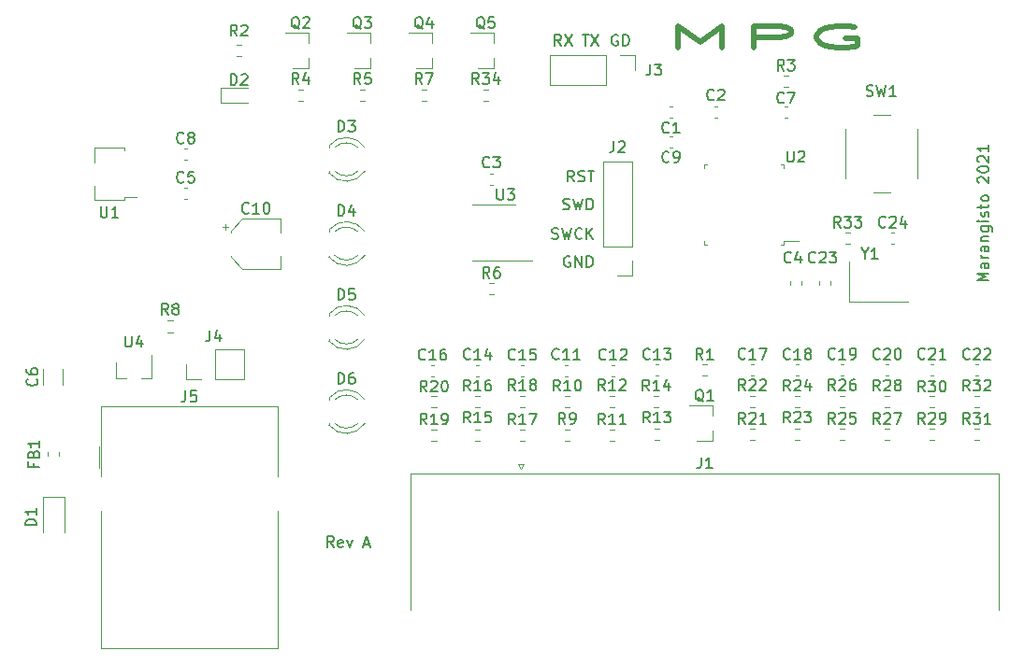
<source format=gbr>
%TF.GenerationSoftware,KiCad,Pcbnew,(5.1.8)-1*%
%TF.CreationDate,2021-02-10T22:47:22+08:00*%
%TF.ProjectId,mpg,6d70672e-6b69-4636-9164-5f7063625858,rev?*%
%TF.SameCoordinates,Original*%
%TF.FileFunction,Legend,Top*%
%TF.FilePolarity,Positive*%
%FSLAX46Y46*%
G04 Gerber Fmt 4.6, Leading zero omitted, Abs format (unit mm)*
G04 Created by KiCad (PCBNEW (5.1.8)-1) date 2021-02-10 22:47:22*
%MOMM*%
%LPD*%
G01*
G04 APERTURE LIST*
%ADD10C,0.150000*%
%ADD11C,0.500000*%
%ADD12C,0.120000*%
G04 APERTURE END LIST*
D10*
X177375380Y-81641047D02*
X176375380Y-81641047D01*
X177089666Y-81307714D01*
X176375380Y-80974380D01*
X177375380Y-80974380D01*
X177375380Y-80069619D02*
X176851571Y-80069619D01*
X176756333Y-80117238D01*
X176708714Y-80212476D01*
X176708714Y-80402952D01*
X176756333Y-80498190D01*
X177327761Y-80069619D02*
X177375380Y-80164857D01*
X177375380Y-80402952D01*
X177327761Y-80498190D01*
X177232523Y-80545809D01*
X177137285Y-80545809D01*
X177042047Y-80498190D01*
X176994428Y-80402952D01*
X176994428Y-80164857D01*
X176946809Y-80069619D01*
X177375380Y-79593428D02*
X176708714Y-79593428D01*
X176899190Y-79593428D02*
X176803952Y-79545809D01*
X176756333Y-79498190D01*
X176708714Y-79402952D01*
X176708714Y-79307714D01*
X177375380Y-78545809D02*
X176851571Y-78545809D01*
X176756333Y-78593428D01*
X176708714Y-78688666D01*
X176708714Y-78879142D01*
X176756333Y-78974380D01*
X177327761Y-78545809D02*
X177375380Y-78641047D01*
X177375380Y-78879142D01*
X177327761Y-78974380D01*
X177232523Y-79022000D01*
X177137285Y-79022000D01*
X177042047Y-78974380D01*
X176994428Y-78879142D01*
X176994428Y-78641047D01*
X176946809Y-78545809D01*
X176708714Y-78069619D02*
X177375380Y-78069619D01*
X176803952Y-78069619D02*
X176756333Y-78022000D01*
X176708714Y-77926761D01*
X176708714Y-77783904D01*
X176756333Y-77688666D01*
X176851571Y-77641047D01*
X177375380Y-77641047D01*
X176708714Y-76736285D02*
X177518238Y-76736285D01*
X177613476Y-76783904D01*
X177661095Y-76831523D01*
X177708714Y-76926761D01*
X177708714Y-77069619D01*
X177661095Y-77164857D01*
X177327761Y-76736285D02*
X177375380Y-76831523D01*
X177375380Y-77022000D01*
X177327761Y-77117238D01*
X177280142Y-77164857D01*
X177184904Y-77212476D01*
X176899190Y-77212476D01*
X176803952Y-77164857D01*
X176756333Y-77117238D01*
X176708714Y-77022000D01*
X176708714Y-76831523D01*
X176756333Y-76736285D01*
X177375380Y-76260095D02*
X176708714Y-76260095D01*
X176375380Y-76260095D02*
X176423000Y-76307714D01*
X176470619Y-76260095D01*
X176423000Y-76212476D01*
X176375380Y-76260095D01*
X176470619Y-76260095D01*
X177327761Y-75831523D02*
X177375380Y-75736285D01*
X177375380Y-75545809D01*
X177327761Y-75450571D01*
X177232523Y-75402952D01*
X177184904Y-75402952D01*
X177089666Y-75450571D01*
X177042047Y-75545809D01*
X177042047Y-75688666D01*
X176994428Y-75783904D01*
X176899190Y-75831523D01*
X176851571Y-75831523D01*
X176756333Y-75783904D01*
X176708714Y-75688666D01*
X176708714Y-75545809D01*
X176756333Y-75450571D01*
X176708714Y-75117238D02*
X176708714Y-74736285D01*
X176375380Y-74974380D02*
X177232523Y-74974380D01*
X177327761Y-74926761D01*
X177375380Y-74831523D01*
X177375380Y-74736285D01*
X177375380Y-74260095D02*
X177327761Y-74355333D01*
X177280142Y-74402952D01*
X177184904Y-74450571D01*
X176899190Y-74450571D01*
X176803952Y-74402952D01*
X176756333Y-74355333D01*
X176708714Y-74260095D01*
X176708714Y-74117238D01*
X176756333Y-74022000D01*
X176803952Y-73974380D01*
X176899190Y-73926761D01*
X177184904Y-73926761D01*
X177280142Y-73974380D01*
X177327761Y-74022000D01*
X177375380Y-74117238D01*
X177375380Y-74260095D01*
X176470619Y-72783904D02*
X176423000Y-72736285D01*
X176375380Y-72641047D01*
X176375380Y-72402952D01*
X176423000Y-72307714D01*
X176470619Y-72260095D01*
X176565857Y-72212476D01*
X176661095Y-72212476D01*
X176803952Y-72260095D01*
X177375380Y-72831523D01*
X177375380Y-72212476D01*
X176375380Y-71593428D02*
X176375380Y-71498190D01*
X176423000Y-71402952D01*
X176470619Y-71355333D01*
X176565857Y-71307714D01*
X176756333Y-71260095D01*
X176994428Y-71260095D01*
X177184904Y-71307714D01*
X177280142Y-71355333D01*
X177327761Y-71402952D01*
X177375380Y-71498190D01*
X177375380Y-71593428D01*
X177327761Y-71688666D01*
X177280142Y-71736285D01*
X177184904Y-71783904D01*
X176994428Y-71831523D01*
X176756333Y-71831523D01*
X176565857Y-71783904D01*
X176470619Y-71736285D01*
X176423000Y-71688666D01*
X176375380Y-71593428D01*
X176470619Y-70879142D02*
X176423000Y-70831523D01*
X176375380Y-70736285D01*
X176375380Y-70498190D01*
X176423000Y-70402952D01*
X176470619Y-70355333D01*
X176565857Y-70307714D01*
X176661095Y-70307714D01*
X176803952Y-70355333D01*
X177375380Y-70926761D01*
X177375380Y-70307714D01*
X177375380Y-69355333D02*
X177375380Y-69926761D01*
X177375380Y-69641047D02*
X176375380Y-69641047D01*
X176518238Y-69736285D01*
X176613476Y-69831523D01*
X176661095Y-69926761D01*
X118082476Y-105819380D02*
X117749142Y-105343190D01*
X117511047Y-105819380D02*
X117511047Y-104819380D01*
X117892000Y-104819380D01*
X117987238Y-104867000D01*
X118034857Y-104914619D01*
X118082476Y-105009857D01*
X118082476Y-105152714D01*
X118034857Y-105247952D01*
X117987238Y-105295571D01*
X117892000Y-105343190D01*
X117511047Y-105343190D01*
X118892000Y-105771761D02*
X118796761Y-105819380D01*
X118606285Y-105819380D01*
X118511047Y-105771761D01*
X118463428Y-105676523D01*
X118463428Y-105295571D01*
X118511047Y-105200333D01*
X118606285Y-105152714D01*
X118796761Y-105152714D01*
X118892000Y-105200333D01*
X118939619Y-105295571D01*
X118939619Y-105390809D01*
X118463428Y-105486047D01*
X119272952Y-105152714D02*
X119511047Y-105819380D01*
X119749142Y-105152714D01*
X120844380Y-105533666D02*
X121320571Y-105533666D01*
X120749142Y-105819380D02*
X121082476Y-104819380D01*
X121415809Y-105819380D01*
D11*
X149238000Y-60551761D02*
X149238000Y-58551761D01*
X151238000Y-59980333D01*
X153238000Y-58551761D01*
X153238000Y-60551761D01*
X156095142Y-60551761D02*
X156095142Y-58551761D01*
X158380857Y-58551761D01*
X158952285Y-58647000D01*
X159238000Y-58742238D01*
X159523714Y-58932714D01*
X159523714Y-59218428D01*
X159238000Y-59408904D01*
X158952285Y-59504142D01*
X158380857Y-59599380D01*
X156095142Y-59599380D01*
X165238000Y-58647000D02*
X164666571Y-58551761D01*
X163809428Y-58551761D01*
X162952285Y-58647000D01*
X162380857Y-58837476D01*
X162095142Y-59027952D01*
X161809428Y-59408904D01*
X161809428Y-59694619D01*
X162095142Y-60075571D01*
X162380857Y-60266047D01*
X162952285Y-60456523D01*
X163809428Y-60551761D01*
X164380857Y-60551761D01*
X165238000Y-60456523D01*
X165523714Y-60361285D01*
X165523714Y-59694619D01*
X164380857Y-59694619D01*
D10*
X143791904Y-59401000D02*
X143696666Y-59353380D01*
X143553809Y-59353380D01*
X143410952Y-59401000D01*
X143315714Y-59496238D01*
X143268095Y-59591476D01*
X143220476Y-59781952D01*
X143220476Y-59924809D01*
X143268095Y-60115285D01*
X143315714Y-60210523D01*
X143410952Y-60305761D01*
X143553809Y-60353380D01*
X143649047Y-60353380D01*
X143791904Y-60305761D01*
X143839523Y-60258142D01*
X143839523Y-59924809D01*
X143649047Y-59924809D01*
X144268095Y-60353380D02*
X144268095Y-59353380D01*
X144506190Y-59353380D01*
X144649047Y-59401000D01*
X144744285Y-59496238D01*
X144791904Y-59591476D01*
X144839523Y-59781952D01*
X144839523Y-59924809D01*
X144791904Y-60115285D01*
X144744285Y-60210523D01*
X144649047Y-60305761D01*
X144506190Y-60353380D01*
X144268095Y-60353380D01*
X140601095Y-59353380D02*
X141172523Y-59353380D01*
X140886809Y-60353380D02*
X140886809Y-59353380D01*
X141410619Y-59353380D02*
X142077285Y-60353380D01*
X142077285Y-59353380D02*
X141410619Y-60353380D01*
X138656333Y-60353380D02*
X138323000Y-59877190D01*
X138084904Y-60353380D02*
X138084904Y-59353380D01*
X138465857Y-59353380D01*
X138561095Y-59401000D01*
X138608714Y-59448619D01*
X138656333Y-59543857D01*
X138656333Y-59686714D01*
X138608714Y-59781952D01*
X138561095Y-59829571D01*
X138465857Y-59877190D01*
X138084904Y-59877190D01*
X138989666Y-59353380D02*
X139656333Y-60353380D01*
X139656333Y-59353380D02*
X138989666Y-60353380D01*
X139458095Y-79467000D02*
X139362857Y-79419380D01*
X139220000Y-79419380D01*
X139077142Y-79467000D01*
X138981904Y-79562238D01*
X138934285Y-79657476D01*
X138886666Y-79847952D01*
X138886666Y-79990809D01*
X138934285Y-80181285D01*
X138981904Y-80276523D01*
X139077142Y-80371761D01*
X139220000Y-80419380D01*
X139315238Y-80419380D01*
X139458095Y-80371761D01*
X139505714Y-80324142D01*
X139505714Y-79990809D01*
X139315238Y-79990809D01*
X139934285Y-80419380D02*
X139934285Y-79419380D01*
X140505714Y-80419380D01*
X140505714Y-79419380D01*
X140981904Y-80419380D02*
X140981904Y-79419380D01*
X141220000Y-79419380D01*
X141362857Y-79467000D01*
X141458095Y-79562238D01*
X141505714Y-79657476D01*
X141553333Y-79847952D01*
X141553333Y-79990809D01*
X141505714Y-80181285D01*
X141458095Y-80276523D01*
X141362857Y-80371761D01*
X141220000Y-80419380D01*
X140981904Y-80419380D01*
X137839048Y-77831761D02*
X137981905Y-77879380D01*
X138220000Y-77879380D01*
X138315238Y-77831761D01*
X138362857Y-77784142D01*
X138410476Y-77688904D01*
X138410476Y-77593666D01*
X138362857Y-77498428D01*
X138315238Y-77450809D01*
X138220000Y-77403190D01*
X138029524Y-77355571D01*
X137934286Y-77307952D01*
X137886667Y-77260333D01*
X137839048Y-77165095D01*
X137839048Y-77069857D01*
X137886667Y-76974619D01*
X137934286Y-76927000D01*
X138029524Y-76879380D01*
X138267619Y-76879380D01*
X138410476Y-76927000D01*
X138743810Y-76879380D02*
X138981905Y-77879380D01*
X139172381Y-77165095D01*
X139362857Y-77879380D01*
X139600952Y-76879380D01*
X140553333Y-77784142D02*
X140505714Y-77831761D01*
X140362857Y-77879380D01*
X140267619Y-77879380D01*
X140124762Y-77831761D01*
X140029524Y-77736523D01*
X139981905Y-77641285D01*
X139934286Y-77450809D01*
X139934286Y-77307952D01*
X139981905Y-77117476D01*
X140029524Y-77022238D01*
X140124762Y-76927000D01*
X140267619Y-76879380D01*
X140362857Y-76879380D01*
X140505714Y-76927000D01*
X140553333Y-76974619D01*
X140981905Y-77879380D02*
X140981905Y-76879380D01*
X141553333Y-77879380D02*
X141124762Y-77307952D01*
X141553333Y-76879380D02*
X140981905Y-77450809D01*
X138839048Y-75164761D02*
X138981905Y-75212380D01*
X139220000Y-75212380D01*
X139315238Y-75164761D01*
X139362857Y-75117142D01*
X139410476Y-75021904D01*
X139410476Y-74926666D01*
X139362857Y-74831428D01*
X139315238Y-74783809D01*
X139220000Y-74736190D01*
X139029524Y-74688571D01*
X138934286Y-74640952D01*
X138886667Y-74593333D01*
X138839048Y-74498095D01*
X138839048Y-74402857D01*
X138886667Y-74307619D01*
X138934286Y-74260000D01*
X139029524Y-74212380D01*
X139267619Y-74212380D01*
X139410476Y-74260000D01*
X139743810Y-74212380D02*
X139981905Y-75212380D01*
X140172381Y-74498095D01*
X140362857Y-75212380D01*
X140600952Y-74212380D01*
X140981905Y-75212380D02*
X140981905Y-74212380D01*
X141220000Y-74212380D01*
X141362857Y-74260000D01*
X141458095Y-74355238D01*
X141505714Y-74450476D01*
X141553333Y-74640952D01*
X141553333Y-74783809D01*
X141505714Y-74974285D01*
X141458095Y-75069523D01*
X141362857Y-75164761D01*
X141220000Y-75212380D01*
X140981905Y-75212380D01*
X139839047Y-72672380D02*
X139505714Y-72196190D01*
X139267619Y-72672380D02*
X139267619Y-71672380D01*
X139648571Y-71672380D01*
X139743809Y-71720000D01*
X139791428Y-71767619D01*
X139839047Y-71862857D01*
X139839047Y-72005714D01*
X139791428Y-72100952D01*
X139743809Y-72148571D01*
X139648571Y-72196190D01*
X139267619Y-72196190D01*
X140220000Y-72624761D02*
X140362857Y-72672380D01*
X140600952Y-72672380D01*
X140696190Y-72624761D01*
X140743809Y-72577142D01*
X140791428Y-72481904D01*
X140791428Y-72386666D01*
X140743809Y-72291428D01*
X140696190Y-72243809D01*
X140600952Y-72196190D01*
X140410476Y-72148571D01*
X140315238Y-72100952D01*
X140267619Y-72053333D01*
X140220000Y-71958095D01*
X140220000Y-71862857D01*
X140267619Y-71767619D01*
X140315238Y-71720000D01*
X140410476Y-71672380D01*
X140648571Y-71672380D01*
X140791428Y-71720000D01*
X141077143Y-71672380D02*
X141648571Y-71672380D01*
X141362857Y-72672380D02*
X141362857Y-71672380D01*
D12*
%TO.C,J5*%
X96820000Y-96664000D02*
X96820000Y-98664000D01*
X97020000Y-114994000D02*
X97020000Y-102554000D01*
X112970000Y-114994000D02*
X97020000Y-114994000D01*
X112970000Y-102554000D02*
X112970000Y-114994000D01*
X112970000Y-93074000D02*
X112970000Y-99354000D01*
X97020000Y-93074000D02*
X112970000Y-93074000D01*
X97020000Y-99354000D02*
X97020000Y-93074000D01*
%TO.C,J4*%
X109927000Y-90568000D02*
X109927000Y-87908000D01*
X107327000Y-90568000D02*
X109927000Y-90568000D01*
X107327000Y-87908000D02*
X109927000Y-87908000D01*
X107327000Y-90568000D02*
X107327000Y-87908000D01*
X106057000Y-90568000D02*
X104727000Y-90568000D01*
X104727000Y-90568000D02*
X104727000Y-89238000D01*
%TO.C,U2*%
X151896000Y-71150000D02*
X151596000Y-71150000D01*
X151596000Y-71150000D02*
X151596000Y-71450000D01*
X158516000Y-71150000D02*
X158816000Y-71150000D01*
X158816000Y-71150000D02*
X158816000Y-71450000D01*
X151896000Y-78370000D02*
X151596000Y-78370000D01*
X151596000Y-78370000D02*
X151596000Y-78070000D01*
X158516000Y-78370000D02*
X158816000Y-78370000D01*
X158816000Y-78370000D02*
X158816000Y-78070000D01*
X158816000Y-78070000D02*
X160131000Y-78070000D01*
%TO.C,J2*%
X145106000Y-70890000D02*
X142446000Y-70890000D01*
X145106000Y-78570000D02*
X145106000Y-70890000D01*
X142446000Y-78570000D02*
X142446000Y-70890000D01*
X145106000Y-78570000D02*
X142446000Y-78570000D01*
X145106000Y-79840000D02*
X145106000Y-81170000D01*
X145106000Y-81170000D02*
X143776000Y-81170000D01*
%TO.C,J1*%
X125060000Y-111484000D02*
X125060000Y-99144000D01*
X125060000Y-99144000D02*
X178280000Y-99144000D01*
X178280000Y-99144000D02*
X178280000Y-111484000D01*
X134800000Y-98249662D02*
X135300000Y-98249662D01*
X135300000Y-98249662D02*
X135050000Y-98682675D01*
X135050000Y-98682675D02*
X134800000Y-98249662D01*
%TO.C,D6*%
X120255330Y-94595197D02*
G75*
G02*
X118173239Y-94595360I-1041130J1079837D01*
G01*
X120255330Y-92435523D02*
G75*
G03*
X118173239Y-92435360I-1041130J-1079837D01*
G01*
X120886535Y-94593968D02*
G75*
G02*
X117654200Y-94750876I-1672335J1078608D01*
G01*
X120886535Y-92436752D02*
G75*
G03*
X117654200Y-92279844I-1672335J-1078608D01*
G01*
X117654200Y-92279360D02*
X117654200Y-92435360D01*
X117654200Y-94595360D02*
X117654200Y-94751360D01*
%TO.C,C10*%
X113270000Y-80576000D02*
X113270000Y-79376000D01*
X113270000Y-76056000D02*
X113270000Y-77256000D01*
X109814437Y-76056000D02*
X113270000Y-76056000D01*
X109814437Y-80576000D02*
X113270000Y-80576000D01*
X108750000Y-79511563D02*
X108750000Y-79376000D01*
X108750000Y-77120437D02*
X108750000Y-77256000D01*
X108750000Y-77120437D02*
X109814437Y-76056000D01*
X108750000Y-79511563D02*
X109814437Y-80576000D01*
X108010000Y-76756000D02*
X108510000Y-76756000D01*
X108260000Y-76506000D02*
X108260000Y-77006000D01*
%TO.C,C8*%
X104519420Y-69678000D02*
X104800580Y-69678000D01*
X104519420Y-70698000D02*
X104800580Y-70698000D01*
%TO.C,C6*%
X91730000Y-91065252D02*
X91730000Y-89642748D01*
X93550000Y-91065252D02*
X93550000Y-89642748D01*
%TO.C,C5*%
X104519420Y-73234000D02*
X104800580Y-73234000D01*
X104519420Y-74254000D02*
X104800580Y-74254000D01*
%TO.C,Y1*%
X164748000Y-79887200D02*
X164748000Y-83587200D01*
X164748000Y-83587200D02*
X170048000Y-83587200D01*
%TO.C,U4*%
X98381000Y-90506000D02*
X99311000Y-90506000D01*
X101541000Y-90506000D02*
X100611000Y-90506000D01*
X101541000Y-90506000D02*
X101541000Y-88346000D01*
X98381000Y-90506000D02*
X98381000Y-89046000D01*
%TO.C,R34*%
X132075258Y-65376500D02*
X131600742Y-65376500D01*
X132075258Y-64331500D02*
X131600742Y-64331500D01*
%TO.C,R33*%
X164366742Y-77285500D02*
X164841258Y-77285500D01*
X164366742Y-78330500D02*
X164841258Y-78330500D01*
%TO.C,R32*%
X176057762Y-92080700D02*
X176532278Y-92080700D01*
X176057762Y-93125700D02*
X176532278Y-93125700D01*
%TO.C,R31*%
X176532278Y-96110500D02*
X176057762Y-96110500D01*
X176532278Y-95065500D02*
X176057762Y-95065500D01*
%TO.C,R30*%
X172461258Y-93125700D02*
X171986742Y-93125700D01*
X172461258Y-92080700D02*
X171986742Y-92080700D01*
%TO.C,R29*%
X171986742Y-95065500D02*
X172461258Y-95065500D01*
X171986742Y-96110500D02*
X172461258Y-96110500D01*
%TO.C,R28*%
X167922742Y-92080700D02*
X168397258Y-92080700D01*
X167922742Y-93125700D02*
X168397258Y-93125700D01*
%TO.C,R27*%
X168397258Y-96110500D02*
X167922742Y-96110500D01*
X168397258Y-95065500D02*
X167922742Y-95065500D01*
%TO.C,R26*%
X164333258Y-93125700D02*
X163858742Y-93125700D01*
X164333258Y-92080700D02*
X163858742Y-92080700D01*
%TO.C,R25*%
X163858742Y-95065500D02*
X164333258Y-95065500D01*
X163858742Y-96110500D02*
X164333258Y-96110500D01*
%TO.C,R24*%
X159794742Y-92080700D02*
X160269258Y-92080700D01*
X159794742Y-93125700D02*
X160269258Y-93125700D01*
%TO.C,R23*%
X160269258Y-96110500D02*
X159794742Y-96110500D01*
X160269258Y-95065500D02*
X159794742Y-95065500D01*
%TO.C,C24*%
X168527420Y-77298000D02*
X168808580Y-77298000D01*
X168527420Y-78318000D02*
X168808580Y-78318000D01*
%TO.C,C23*%
X163082000Y-81731420D02*
X163082000Y-82012580D01*
X162062000Y-81731420D02*
X162062000Y-82012580D01*
%TO.C,C22*%
X176428580Y-90256000D02*
X176147420Y-90256000D01*
X176428580Y-89236000D02*
X176147420Y-89236000D01*
%TO.C,C21*%
X172083420Y-89236000D02*
X172364580Y-89236000D01*
X172083420Y-90256000D02*
X172364580Y-90256000D01*
%TO.C,C20*%
X168300580Y-90256000D02*
X168019420Y-90256000D01*
X168300580Y-89236000D02*
X168019420Y-89236000D01*
%TO.C,C19*%
X163955420Y-89236000D02*
X164236580Y-89236000D01*
X163955420Y-90256000D02*
X164236580Y-90256000D01*
%TO.C,C18*%
X160172580Y-90256000D02*
X159891420Y-90256000D01*
X160172580Y-89236000D02*
X159891420Y-89236000D01*
%TO.C,C17*%
X155827420Y-89236000D02*
X156108580Y-89236000D01*
X155827420Y-90256000D02*
X156108580Y-90256000D01*
%TO.C,C16*%
X126871420Y-89299200D02*
X127152580Y-89299200D01*
X126871420Y-90319200D02*
X127152580Y-90319200D01*
%TO.C,C15*%
X134999420Y-89299200D02*
X135280580Y-89299200D01*
X134999420Y-90319200D02*
X135280580Y-90319200D01*
%TO.C,C14*%
X131216580Y-90319200D02*
X130935420Y-90319200D01*
X131216580Y-89299200D02*
X130935420Y-89299200D01*
%TO.C,U3*%
X132600000Y-74740000D02*
X130650000Y-74740000D01*
X132600000Y-74740000D02*
X134550000Y-74740000D01*
X132600000Y-79860000D02*
X130650000Y-79860000D01*
X132600000Y-79860000D02*
X136050000Y-79860000D01*
%TO.C,U1*%
X96380000Y-70916000D02*
X96380000Y-69606000D01*
X96380000Y-69606000D02*
X99100000Y-69606000D01*
X100240000Y-74096000D02*
X99100000Y-74096000D01*
X96380000Y-74326000D02*
X96380000Y-73016000D01*
X99100000Y-74326000D02*
X96380000Y-74326000D01*
X99100000Y-74326000D02*
X99100000Y-74096000D01*
X99100000Y-69606000D02*
X99100000Y-69836000D01*
%TO.C,SW1*%
X166938000Y-73636000D02*
X168438000Y-73636000D01*
X170938000Y-72386000D02*
X170938000Y-67886000D01*
X168438000Y-66636000D02*
X166938000Y-66636000D01*
X164438000Y-67886000D02*
X164438000Y-72386000D01*
%TO.C,R22*%
X156205258Y-93125700D02*
X155730742Y-93125700D01*
X156205258Y-92080700D02*
X155730742Y-92080700D01*
%TO.C,R21*%
X155730742Y-95065500D02*
X156205258Y-95065500D01*
X155730742Y-96110500D02*
X156205258Y-96110500D01*
%TO.C,R20*%
X127370278Y-93125700D02*
X126895762Y-93125700D01*
X127370278Y-92080700D02*
X126895762Y-92080700D01*
%TO.C,R19*%
X126895762Y-95128700D02*
X127370278Y-95128700D01*
X126895762Y-96173700D02*
X127370278Y-96173700D01*
%TO.C,R18*%
X135377258Y-93125700D02*
X134902742Y-93125700D01*
X135377258Y-92080700D02*
X134902742Y-92080700D01*
%TO.C,R17*%
X134902742Y-95128700D02*
X135377258Y-95128700D01*
X134902742Y-96173700D02*
X135377258Y-96173700D01*
%TO.C,R16*%
X130845762Y-92080700D02*
X131320278Y-92080700D01*
X130845762Y-93125700D02*
X131320278Y-93125700D01*
%TO.C,R15*%
X131320278Y-96173700D02*
X130845762Y-96173700D01*
X131320278Y-95128700D02*
X130845762Y-95128700D01*
%TO.C,R14*%
X147031742Y-92080700D02*
X147506258Y-92080700D01*
X147031742Y-93125700D02*
X147506258Y-93125700D01*
%TO.C,R13*%
X147569258Y-96110500D02*
X147094742Y-96110500D01*
X147569258Y-95065500D02*
X147094742Y-95065500D01*
%TO.C,R12*%
X143505258Y-93125700D02*
X143030742Y-93125700D01*
X143505258Y-92080700D02*
X143030742Y-92080700D01*
%TO.C,R11*%
X143030742Y-95128700D02*
X143505258Y-95128700D01*
X143030742Y-96173700D02*
X143505258Y-96173700D01*
%TO.C,R10*%
X138973762Y-92080700D02*
X139448278Y-92080700D01*
X138973762Y-93125700D02*
X139448278Y-93125700D01*
%TO.C,R9*%
X139448278Y-96173700D02*
X138973762Y-96173700D01*
X139448278Y-95128700D02*
X138973762Y-95128700D01*
%TO.C,R8*%
X103500258Y-86331500D02*
X103025742Y-86331500D01*
X103500258Y-85286500D02*
X103025742Y-85286500D01*
%TO.C,R7*%
X126487258Y-65376500D02*
X126012742Y-65376500D01*
X126487258Y-64331500D02*
X126012742Y-64331500D01*
%TO.C,R6*%
X132108742Y-81857500D02*
X132583258Y-81857500D01*
X132108742Y-82902500D02*
X132583258Y-82902500D01*
%TO.C,R5*%
X120899258Y-65376500D02*
X120424742Y-65376500D01*
X120899258Y-64331500D02*
X120424742Y-64331500D01*
%TO.C,R4*%
X115311258Y-65376500D02*
X114836742Y-65376500D01*
X115311258Y-64331500D02*
X114836742Y-64331500D01*
%TO.C,R3*%
X158778742Y-63061500D02*
X159253258Y-63061500D01*
X158778742Y-64106500D02*
X159253258Y-64106500D01*
%TO.C,R2*%
X109723258Y-60267500D02*
X109248742Y-60267500D01*
X109723258Y-61312500D02*
X109248742Y-61312500D01*
%TO.C,R1*%
X151887258Y-90268500D02*
X151412742Y-90268500D01*
X151887258Y-89223500D02*
X151412742Y-89223500D01*
%TO.C,Q5*%
X132598000Y-62370000D02*
X132598000Y-61440000D01*
X132598000Y-59210000D02*
X132598000Y-60140000D01*
X132598000Y-59210000D02*
X130438000Y-59210000D01*
X132598000Y-62370000D02*
X131138000Y-62370000D01*
%TO.C,Q4*%
X127010000Y-62370000D02*
X127010000Y-61440000D01*
X127010000Y-59210000D02*
X127010000Y-60140000D01*
X127010000Y-59210000D02*
X124850000Y-59210000D01*
X127010000Y-62370000D02*
X125550000Y-62370000D01*
%TO.C,Q3*%
X121422000Y-62370000D02*
X121422000Y-61440000D01*
X121422000Y-59210000D02*
X121422000Y-60140000D01*
X121422000Y-59210000D02*
X119262000Y-59210000D01*
X121422000Y-62370000D02*
X119962000Y-62370000D01*
%TO.C,Q2*%
X115834000Y-62370000D02*
X115834000Y-61440000D01*
X115834000Y-59210000D02*
X115834000Y-60140000D01*
X115834000Y-59210000D02*
X113674000Y-59210000D01*
X115834000Y-62370000D02*
X114374000Y-62370000D01*
%TO.C,Q1*%
X152410000Y-96152000D02*
X152410000Y-95222000D01*
X152410000Y-92992000D02*
X152410000Y-93922000D01*
X152410000Y-92992000D02*
X150250000Y-92992000D01*
X152410000Y-96152000D02*
X150950000Y-96152000D01*
%TO.C,J3*%
X137620000Y-61238000D02*
X137620000Y-63898000D01*
X142760000Y-61238000D02*
X137620000Y-61238000D01*
X142760000Y-63898000D02*
X137620000Y-63898000D01*
X142760000Y-61238000D02*
X142760000Y-63898000D01*
X144030000Y-61238000D02*
X145360000Y-61238000D01*
X145360000Y-61238000D02*
X145360000Y-62568000D01*
%TO.C,FB1*%
X93232000Y-97203221D02*
X93232000Y-97528779D01*
X92212000Y-97203221D02*
X92212000Y-97528779D01*
%TO.C,D5*%
X120247710Y-86970117D02*
G75*
G02*
X118165619Y-86970280I-1041130J1079837D01*
G01*
X120247710Y-84810443D02*
G75*
G03*
X118165619Y-84810280I-1041130J-1079837D01*
G01*
X120878915Y-86968888D02*
G75*
G02*
X117646580Y-87125796I-1672335J1078608D01*
G01*
X120878915Y-84811672D02*
G75*
G03*
X117646580Y-84654764I-1672335J-1078608D01*
G01*
X117646580Y-84654280D02*
X117646580Y-84810280D01*
X117646580Y-86970280D02*
X117646580Y-87126280D01*
%TO.C,D4*%
X120250250Y-79365357D02*
G75*
G02*
X118168159Y-79365520I-1041130J1079837D01*
G01*
X120250250Y-77205683D02*
G75*
G03*
X118168159Y-77205520I-1041130J-1079837D01*
G01*
X120881455Y-79364128D02*
G75*
G02*
X117649120Y-79521036I-1672335J1078608D01*
G01*
X120881455Y-77206912D02*
G75*
G03*
X117649120Y-77050004I-1672335J-1078608D01*
G01*
X117649120Y-77049520D02*
X117649120Y-77205520D01*
X117649120Y-79365520D02*
X117649120Y-79521520D01*
%TO.C,D3*%
X120252790Y-71732657D02*
G75*
G02*
X118170699Y-71732820I-1041130J1079837D01*
G01*
X120252790Y-69572983D02*
G75*
G03*
X118170699Y-69572820I-1041130J-1079837D01*
G01*
X120883995Y-71731428D02*
G75*
G02*
X117651660Y-71888336I-1672335J1078608D01*
G01*
X120883995Y-69574212D02*
G75*
G03*
X117651660Y-69417304I-1672335J-1078608D01*
G01*
X117651660Y-69416820D02*
X117651660Y-69572820D01*
X117651660Y-71732820D02*
X117651660Y-71888820D01*
%TO.C,D2*%
X107801000Y-65539000D02*
X110286000Y-65539000D01*
X107801000Y-64169000D02*
X107801000Y-65539000D01*
X110286000Y-64169000D02*
X107801000Y-64169000D01*
%TO.C,D1*%
X93722000Y-104462000D02*
X93722000Y-101262000D01*
X91722000Y-101262000D02*
X91722000Y-104462000D01*
X91722000Y-101262000D02*
X93722000Y-101262000D01*
%TO.C,C13*%
X147472580Y-90256000D02*
X147191420Y-90256000D01*
X147472580Y-89236000D02*
X147191420Y-89236000D01*
%TO.C,C12*%
X143210440Y-89299200D02*
X143491600Y-89299200D01*
X143210440Y-90319200D02*
X143491600Y-90319200D01*
%TO.C,C11*%
X139246600Y-90319200D02*
X138965440Y-90319200D01*
X139246600Y-89299200D02*
X138965440Y-89299200D01*
%TO.C,C9*%
X148742580Y-69547200D02*
X148461420Y-69547200D01*
X148742580Y-68527200D02*
X148461420Y-68527200D01*
%TO.C,C7*%
X159156580Y-66888000D02*
X158875420Y-66888000D01*
X159156580Y-65868000D02*
X158875420Y-65868000D01*
%TO.C,C4*%
X160415000Y-81731420D02*
X160415000Y-82012580D01*
X159395000Y-81731420D02*
X159395000Y-82012580D01*
%TO.C,C3*%
X132486580Y-72984000D02*
X132205420Y-72984000D01*
X132486580Y-71964000D02*
X132205420Y-71964000D01*
%TO.C,C2*%
X152806580Y-66888000D02*
X152525420Y-66888000D01*
X152806580Y-65868000D02*
X152525420Y-65868000D01*
%TO.C,C1*%
X148742580Y-66888000D02*
X148461420Y-66888000D01*
X148742580Y-65868000D02*
X148461420Y-65868000D01*
%TO.C,J5*%
D10*
X104661666Y-91626380D02*
X104661666Y-92340666D01*
X104614047Y-92483523D01*
X104518809Y-92578761D01*
X104375952Y-92626380D01*
X104280714Y-92626380D01*
X105614047Y-91626380D02*
X105137857Y-91626380D01*
X105090238Y-92102571D01*
X105137857Y-92054952D01*
X105233095Y-92007333D01*
X105471190Y-92007333D01*
X105566428Y-92054952D01*
X105614047Y-92102571D01*
X105661666Y-92197809D01*
X105661666Y-92435904D01*
X105614047Y-92531142D01*
X105566428Y-92578761D01*
X105471190Y-92626380D01*
X105233095Y-92626380D01*
X105137857Y-92578761D01*
X105090238Y-92531142D01*
%TO.C,J4*%
X106866666Y-86150380D02*
X106866666Y-86864666D01*
X106819047Y-87007523D01*
X106723809Y-87102761D01*
X106580952Y-87150380D01*
X106485714Y-87150380D01*
X107771428Y-86483714D02*
X107771428Y-87150380D01*
X107533333Y-86102761D02*
X107295238Y-86817047D01*
X107914285Y-86817047D01*
%TO.C,U2*%
X159143095Y-69894380D02*
X159143095Y-70703904D01*
X159190714Y-70799142D01*
X159238333Y-70846761D01*
X159333571Y-70894380D01*
X159524047Y-70894380D01*
X159619285Y-70846761D01*
X159666904Y-70799142D01*
X159714523Y-70703904D01*
X159714523Y-69894380D01*
X160143095Y-69989619D02*
X160190714Y-69942000D01*
X160285952Y-69894380D01*
X160524047Y-69894380D01*
X160619285Y-69942000D01*
X160666904Y-69989619D01*
X160714523Y-70084857D01*
X160714523Y-70180095D01*
X160666904Y-70322952D01*
X160095476Y-70894380D01*
X160714523Y-70894380D01*
%TO.C,J2*%
X143442666Y-69005380D02*
X143442666Y-69719666D01*
X143395047Y-69862523D01*
X143299809Y-69957761D01*
X143156952Y-70005380D01*
X143061714Y-70005380D01*
X143871238Y-69100619D02*
X143918857Y-69053000D01*
X144014095Y-69005380D01*
X144252190Y-69005380D01*
X144347428Y-69053000D01*
X144395047Y-69100619D01*
X144442666Y-69195857D01*
X144442666Y-69291095D01*
X144395047Y-69433952D01*
X143823619Y-70005380D01*
X144442666Y-70005380D01*
%TO.C,J1*%
X151336666Y-97656380D02*
X151336666Y-98370666D01*
X151289047Y-98513523D01*
X151193809Y-98608761D01*
X151050952Y-98656380D01*
X150955714Y-98656380D01*
X152336666Y-98656380D02*
X151765238Y-98656380D01*
X152050952Y-98656380D02*
X152050952Y-97656380D01*
X151955714Y-97799238D01*
X151860476Y-97894476D01*
X151765238Y-97942095D01*
%TO.C,D6*%
X118476104Y-91007740D02*
X118476104Y-90007740D01*
X118714200Y-90007740D01*
X118857057Y-90055360D01*
X118952295Y-90150598D01*
X118999914Y-90245836D01*
X119047533Y-90436312D01*
X119047533Y-90579169D01*
X118999914Y-90769645D01*
X118952295Y-90864883D01*
X118857057Y-90960121D01*
X118714200Y-91007740D01*
X118476104Y-91007740D01*
X119904676Y-90007740D02*
X119714200Y-90007740D01*
X119618961Y-90055360D01*
X119571342Y-90102979D01*
X119476104Y-90245836D01*
X119428485Y-90436312D01*
X119428485Y-90817264D01*
X119476104Y-90912502D01*
X119523723Y-90960121D01*
X119618961Y-91007740D01*
X119809438Y-91007740D01*
X119904676Y-90960121D01*
X119952295Y-90912502D01*
X119999914Y-90817264D01*
X119999914Y-90579169D01*
X119952295Y-90483931D01*
X119904676Y-90436312D01*
X119809438Y-90388693D01*
X119618961Y-90388693D01*
X119523723Y-90436312D01*
X119476104Y-90483931D01*
X119428485Y-90579169D01*
%TO.C,C10*%
X110367142Y-75473142D02*
X110319523Y-75520761D01*
X110176666Y-75568380D01*
X110081428Y-75568380D01*
X109938571Y-75520761D01*
X109843333Y-75425523D01*
X109795714Y-75330285D01*
X109748095Y-75139809D01*
X109748095Y-74996952D01*
X109795714Y-74806476D01*
X109843333Y-74711238D01*
X109938571Y-74616000D01*
X110081428Y-74568380D01*
X110176666Y-74568380D01*
X110319523Y-74616000D01*
X110367142Y-74663619D01*
X111319523Y-75568380D02*
X110748095Y-75568380D01*
X111033809Y-75568380D02*
X111033809Y-74568380D01*
X110938571Y-74711238D01*
X110843333Y-74806476D01*
X110748095Y-74854095D01*
X111938571Y-74568380D02*
X112033809Y-74568380D01*
X112129047Y-74616000D01*
X112176666Y-74663619D01*
X112224285Y-74758857D01*
X112271904Y-74949333D01*
X112271904Y-75187428D01*
X112224285Y-75377904D01*
X112176666Y-75473142D01*
X112129047Y-75520761D01*
X112033809Y-75568380D01*
X111938571Y-75568380D01*
X111843333Y-75520761D01*
X111795714Y-75473142D01*
X111748095Y-75377904D01*
X111700476Y-75187428D01*
X111700476Y-74949333D01*
X111748095Y-74758857D01*
X111795714Y-74663619D01*
X111843333Y-74616000D01*
X111938571Y-74568380D01*
%TO.C,C8*%
X104493333Y-69115142D02*
X104445714Y-69162761D01*
X104302857Y-69210380D01*
X104207619Y-69210380D01*
X104064761Y-69162761D01*
X103969523Y-69067523D01*
X103921904Y-68972285D01*
X103874285Y-68781809D01*
X103874285Y-68638952D01*
X103921904Y-68448476D01*
X103969523Y-68353238D01*
X104064761Y-68258000D01*
X104207619Y-68210380D01*
X104302857Y-68210380D01*
X104445714Y-68258000D01*
X104493333Y-68305619D01*
X105064761Y-68638952D02*
X104969523Y-68591333D01*
X104921904Y-68543714D01*
X104874285Y-68448476D01*
X104874285Y-68400857D01*
X104921904Y-68305619D01*
X104969523Y-68258000D01*
X105064761Y-68210380D01*
X105255238Y-68210380D01*
X105350476Y-68258000D01*
X105398095Y-68305619D01*
X105445714Y-68400857D01*
X105445714Y-68448476D01*
X105398095Y-68543714D01*
X105350476Y-68591333D01*
X105255238Y-68638952D01*
X105064761Y-68638952D01*
X104969523Y-68686571D01*
X104921904Y-68734190D01*
X104874285Y-68829428D01*
X104874285Y-69019904D01*
X104921904Y-69115142D01*
X104969523Y-69162761D01*
X105064761Y-69210380D01*
X105255238Y-69210380D01*
X105350476Y-69162761D01*
X105398095Y-69115142D01*
X105445714Y-69019904D01*
X105445714Y-68829428D01*
X105398095Y-68734190D01*
X105350476Y-68686571D01*
X105255238Y-68638952D01*
%TO.C,C6*%
X91174142Y-90547666D02*
X91221761Y-90595285D01*
X91269380Y-90738142D01*
X91269380Y-90833380D01*
X91221761Y-90976238D01*
X91126523Y-91071476D01*
X91031285Y-91119095D01*
X90840809Y-91166714D01*
X90697952Y-91166714D01*
X90507476Y-91119095D01*
X90412238Y-91071476D01*
X90317000Y-90976238D01*
X90269380Y-90833380D01*
X90269380Y-90738142D01*
X90317000Y-90595285D01*
X90364619Y-90547666D01*
X90269380Y-89690523D02*
X90269380Y-89881000D01*
X90317000Y-89976238D01*
X90364619Y-90023857D01*
X90507476Y-90119095D01*
X90697952Y-90166714D01*
X91078904Y-90166714D01*
X91174142Y-90119095D01*
X91221761Y-90071476D01*
X91269380Y-89976238D01*
X91269380Y-89785761D01*
X91221761Y-89690523D01*
X91174142Y-89642904D01*
X91078904Y-89595285D01*
X90840809Y-89595285D01*
X90745571Y-89642904D01*
X90697952Y-89690523D01*
X90650333Y-89785761D01*
X90650333Y-89976238D01*
X90697952Y-90071476D01*
X90745571Y-90119095D01*
X90840809Y-90166714D01*
%TO.C,C5*%
X104493333Y-72671142D02*
X104445714Y-72718761D01*
X104302857Y-72766380D01*
X104207619Y-72766380D01*
X104064761Y-72718761D01*
X103969523Y-72623523D01*
X103921904Y-72528285D01*
X103874285Y-72337809D01*
X103874285Y-72194952D01*
X103921904Y-72004476D01*
X103969523Y-71909238D01*
X104064761Y-71814000D01*
X104207619Y-71766380D01*
X104302857Y-71766380D01*
X104445714Y-71814000D01*
X104493333Y-71861619D01*
X105398095Y-71766380D02*
X104921904Y-71766380D01*
X104874285Y-72242571D01*
X104921904Y-72194952D01*
X105017142Y-72147333D01*
X105255238Y-72147333D01*
X105350476Y-72194952D01*
X105398095Y-72242571D01*
X105445714Y-72337809D01*
X105445714Y-72575904D01*
X105398095Y-72671142D01*
X105350476Y-72718761D01*
X105255238Y-72766380D01*
X105017142Y-72766380D01*
X104921904Y-72718761D01*
X104874285Y-72671142D01*
%TO.C,Y1*%
X166159809Y-79181190D02*
X166159809Y-79657380D01*
X165826476Y-78657380D02*
X166159809Y-79181190D01*
X166493142Y-78657380D01*
X167350285Y-79657380D02*
X166778857Y-79657380D01*
X167064571Y-79657380D02*
X167064571Y-78657380D01*
X166969333Y-78800238D01*
X166874095Y-78895476D01*
X166778857Y-78943095D01*
%TO.C,U4*%
X99199095Y-86658380D02*
X99199095Y-87467904D01*
X99246714Y-87563142D01*
X99294333Y-87610761D01*
X99389571Y-87658380D01*
X99580047Y-87658380D01*
X99675285Y-87610761D01*
X99722904Y-87563142D01*
X99770523Y-87467904D01*
X99770523Y-86658380D01*
X100675285Y-86991714D02*
X100675285Y-87658380D01*
X100437190Y-86610761D02*
X100199095Y-87325047D01*
X100818142Y-87325047D01*
%TO.C,R34*%
X131195142Y-63815380D02*
X130861809Y-63339190D01*
X130623714Y-63815380D02*
X130623714Y-62815380D01*
X131004666Y-62815380D01*
X131099904Y-62863000D01*
X131147523Y-62910619D01*
X131195142Y-63005857D01*
X131195142Y-63148714D01*
X131147523Y-63243952D01*
X131099904Y-63291571D01*
X131004666Y-63339190D01*
X130623714Y-63339190D01*
X131528476Y-62815380D02*
X132147523Y-62815380D01*
X131814190Y-63196333D01*
X131957047Y-63196333D01*
X132052285Y-63243952D01*
X132099904Y-63291571D01*
X132147523Y-63386809D01*
X132147523Y-63624904D01*
X132099904Y-63720142D01*
X132052285Y-63767761D01*
X131957047Y-63815380D01*
X131671333Y-63815380D01*
X131576095Y-63767761D01*
X131528476Y-63720142D01*
X133004666Y-63148714D02*
X133004666Y-63815380D01*
X132766571Y-62767761D02*
X132528476Y-63482047D01*
X133147523Y-63482047D01*
%TO.C,R33*%
X163961142Y-76830380D02*
X163627809Y-76354190D01*
X163389714Y-76830380D02*
X163389714Y-75830380D01*
X163770666Y-75830380D01*
X163865904Y-75878000D01*
X163913523Y-75925619D01*
X163961142Y-76020857D01*
X163961142Y-76163714D01*
X163913523Y-76258952D01*
X163865904Y-76306571D01*
X163770666Y-76354190D01*
X163389714Y-76354190D01*
X164294476Y-75830380D02*
X164913523Y-75830380D01*
X164580190Y-76211333D01*
X164723047Y-76211333D01*
X164818285Y-76258952D01*
X164865904Y-76306571D01*
X164913523Y-76401809D01*
X164913523Y-76639904D01*
X164865904Y-76735142D01*
X164818285Y-76782761D01*
X164723047Y-76830380D01*
X164437333Y-76830380D01*
X164342095Y-76782761D01*
X164294476Y-76735142D01*
X165246857Y-75830380D02*
X165865904Y-75830380D01*
X165532571Y-76211333D01*
X165675428Y-76211333D01*
X165770666Y-76258952D01*
X165818285Y-76306571D01*
X165865904Y-76401809D01*
X165865904Y-76639904D01*
X165818285Y-76735142D01*
X165770666Y-76782761D01*
X165675428Y-76830380D01*
X165389714Y-76830380D01*
X165294476Y-76782761D01*
X165246857Y-76735142D01*
%TO.C,R32*%
X175652162Y-91625580D02*
X175318829Y-91149390D01*
X175080734Y-91625580D02*
X175080734Y-90625580D01*
X175461686Y-90625580D01*
X175556924Y-90673200D01*
X175604543Y-90720819D01*
X175652162Y-90816057D01*
X175652162Y-90958914D01*
X175604543Y-91054152D01*
X175556924Y-91101771D01*
X175461686Y-91149390D01*
X175080734Y-91149390D01*
X175985496Y-90625580D02*
X176604543Y-90625580D01*
X176271210Y-91006533D01*
X176414067Y-91006533D01*
X176509305Y-91054152D01*
X176556924Y-91101771D01*
X176604543Y-91197009D01*
X176604543Y-91435104D01*
X176556924Y-91530342D01*
X176509305Y-91577961D01*
X176414067Y-91625580D01*
X176128353Y-91625580D01*
X176033115Y-91577961D01*
X175985496Y-91530342D01*
X176985496Y-90720819D02*
X177033115Y-90673200D01*
X177128353Y-90625580D01*
X177366448Y-90625580D01*
X177461686Y-90673200D01*
X177509305Y-90720819D01*
X177556924Y-90816057D01*
X177556924Y-90911295D01*
X177509305Y-91054152D01*
X176937877Y-91625580D01*
X177556924Y-91625580D01*
%TO.C,R31*%
X175645142Y-94643380D02*
X175311809Y-94167190D01*
X175073714Y-94643380D02*
X175073714Y-93643380D01*
X175454666Y-93643380D01*
X175549904Y-93691000D01*
X175597523Y-93738619D01*
X175645142Y-93833857D01*
X175645142Y-93976714D01*
X175597523Y-94071952D01*
X175549904Y-94119571D01*
X175454666Y-94167190D01*
X175073714Y-94167190D01*
X175978476Y-93643380D02*
X176597523Y-93643380D01*
X176264190Y-94024333D01*
X176407047Y-94024333D01*
X176502285Y-94071952D01*
X176549904Y-94119571D01*
X176597523Y-94214809D01*
X176597523Y-94452904D01*
X176549904Y-94548142D01*
X176502285Y-94595761D01*
X176407047Y-94643380D01*
X176121333Y-94643380D01*
X176026095Y-94595761D01*
X175978476Y-94548142D01*
X177549904Y-94643380D02*
X176978476Y-94643380D01*
X177264190Y-94643380D02*
X177264190Y-93643380D01*
X177168952Y-93786238D01*
X177073714Y-93881476D01*
X176978476Y-93929095D01*
%TO.C,R30*%
X171581142Y-91722380D02*
X171247809Y-91246190D01*
X171009714Y-91722380D02*
X171009714Y-90722380D01*
X171390666Y-90722380D01*
X171485904Y-90770000D01*
X171533523Y-90817619D01*
X171581142Y-90912857D01*
X171581142Y-91055714D01*
X171533523Y-91150952D01*
X171485904Y-91198571D01*
X171390666Y-91246190D01*
X171009714Y-91246190D01*
X171914476Y-90722380D02*
X172533523Y-90722380D01*
X172200190Y-91103333D01*
X172343047Y-91103333D01*
X172438285Y-91150952D01*
X172485904Y-91198571D01*
X172533523Y-91293809D01*
X172533523Y-91531904D01*
X172485904Y-91627142D01*
X172438285Y-91674761D01*
X172343047Y-91722380D01*
X172057333Y-91722380D01*
X171962095Y-91674761D01*
X171914476Y-91627142D01*
X173152571Y-90722380D02*
X173247809Y-90722380D01*
X173343047Y-90770000D01*
X173390666Y-90817619D01*
X173438285Y-90912857D01*
X173485904Y-91103333D01*
X173485904Y-91341428D01*
X173438285Y-91531904D01*
X173390666Y-91627142D01*
X173343047Y-91674761D01*
X173247809Y-91722380D01*
X173152571Y-91722380D01*
X173057333Y-91674761D01*
X173009714Y-91627142D01*
X172962095Y-91531904D01*
X172914476Y-91341428D01*
X172914476Y-91103333D01*
X172962095Y-90912857D01*
X173009714Y-90817619D01*
X173057333Y-90770000D01*
X173152571Y-90722380D01*
%TO.C,R29*%
X171581142Y-94610380D02*
X171247809Y-94134190D01*
X171009714Y-94610380D02*
X171009714Y-93610380D01*
X171390666Y-93610380D01*
X171485904Y-93658000D01*
X171533523Y-93705619D01*
X171581142Y-93800857D01*
X171581142Y-93943714D01*
X171533523Y-94038952D01*
X171485904Y-94086571D01*
X171390666Y-94134190D01*
X171009714Y-94134190D01*
X171962095Y-93705619D02*
X172009714Y-93658000D01*
X172104952Y-93610380D01*
X172343047Y-93610380D01*
X172438285Y-93658000D01*
X172485904Y-93705619D01*
X172533523Y-93800857D01*
X172533523Y-93896095D01*
X172485904Y-94038952D01*
X171914476Y-94610380D01*
X172533523Y-94610380D01*
X173009714Y-94610380D02*
X173200190Y-94610380D01*
X173295428Y-94562761D01*
X173343047Y-94515142D01*
X173438285Y-94372285D01*
X173485904Y-94181809D01*
X173485904Y-93800857D01*
X173438285Y-93705619D01*
X173390666Y-93658000D01*
X173295428Y-93610380D01*
X173104952Y-93610380D01*
X173009714Y-93658000D01*
X172962095Y-93705619D01*
X172914476Y-93800857D01*
X172914476Y-94038952D01*
X172962095Y-94134190D01*
X173009714Y-94181809D01*
X173104952Y-94229428D01*
X173295428Y-94229428D01*
X173390666Y-94181809D01*
X173438285Y-94134190D01*
X173485904Y-94038952D01*
%TO.C,R28*%
X167517142Y-91625580D02*
X167183809Y-91149390D01*
X166945714Y-91625580D02*
X166945714Y-90625580D01*
X167326666Y-90625580D01*
X167421904Y-90673200D01*
X167469523Y-90720819D01*
X167517142Y-90816057D01*
X167517142Y-90958914D01*
X167469523Y-91054152D01*
X167421904Y-91101771D01*
X167326666Y-91149390D01*
X166945714Y-91149390D01*
X167898095Y-90720819D02*
X167945714Y-90673200D01*
X168040952Y-90625580D01*
X168279047Y-90625580D01*
X168374285Y-90673200D01*
X168421904Y-90720819D01*
X168469523Y-90816057D01*
X168469523Y-90911295D01*
X168421904Y-91054152D01*
X167850476Y-91625580D01*
X168469523Y-91625580D01*
X169040952Y-91054152D02*
X168945714Y-91006533D01*
X168898095Y-90958914D01*
X168850476Y-90863676D01*
X168850476Y-90816057D01*
X168898095Y-90720819D01*
X168945714Y-90673200D01*
X169040952Y-90625580D01*
X169231428Y-90625580D01*
X169326666Y-90673200D01*
X169374285Y-90720819D01*
X169421904Y-90816057D01*
X169421904Y-90863676D01*
X169374285Y-90958914D01*
X169326666Y-91006533D01*
X169231428Y-91054152D01*
X169040952Y-91054152D01*
X168945714Y-91101771D01*
X168898095Y-91149390D01*
X168850476Y-91244628D01*
X168850476Y-91435104D01*
X168898095Y-91530342D01*
X168945714Y-91577961D01*
X169040952Y-91625580D01*
X169231428Y-91625580D01*
X169326666Y-91577961D01*
X169374285Y-91530342D01*
X169421904Y-91435104D01*
X169421904Y-91244628D01*
X169374285Y-91149390D01*
X169326666Y-91101771D01*
X169231428Y-91054152D01*
%TO.C,R27*%
X167517142Y-94643380D02*
X167183809Y-94167190D01*
X166945714Y-94643380D02*
X166945714Y-93643380D01*
X167326666Y-93643380D01*
X167421904Y-93691000D01*
X167469523Y-93738619D01*
X167517142Y-93833857D01*
X167517142Y-93976714D01*
X167469523Y-94071952D01*
X167421904Y-94119571D01*
X167326666Y-94167190D01*
X166945714Y-94167190D01*
X167898095Y-93738619D02*
X167945714Y-93691000D01*
X168040952Y-93643380D01*
X168279047Y-93643380D01*
X168374285Y-93691000D01*
X168421904Y-93738619D01*
X168469523Y-93833857D01*
X168469523Y-93929095D01*
X168421904Y-94071952D01*
X167850476Y-94643380D01*
X168469523Y-94643380D01*
X168802857Y-93643380D02*
X169469523Y-93643380D01*
X169040952Y-94643380D01*
%TO.C,R26*%
X163453142Y-91595380D02*
X163119809Y-91119190D01*
X162881714Y-91595380D02*
X162881714Y-90595380D01*
X163262666Y-90595380D01*
X163357904Y-90643000D01*
X163405523Y-90690619D01*
X163453142Y-90785857D01*
X163453142Y-90928714D01*
X163405523Y-91023952D01*
X163357904Y-91071571D01*
X163262666Y-91119190D01*
X162881714Y-91119190D01*
X163834095Y-90690619D02*
X163881714Y-90643000D01*
X163976952Y-90595380D01*
X164215047Y-90595380D01*
X164310285Y-90643000D01*
X164357904Y-90690619D01*
X164405523Y-90785857D01*
X164405523Y-90881095D01*
X164357904Y-91023952D01*
X163786476Y-91595380D01*
X164405523Y-91595380D01*
X165262666Y-90595380D02*
X165072190Y-90595380D01*
X164976952Y-90643000D01*
X164929333Y-90690619D01*
X164834095Y-90833476D01*
X164786476Y-91023952D01*
X164786476Y-91404904D01*
X164834095Y-91500142D01*
X164881714Y-91547761D01*
X164976952Y-91595380D01*
X165167428Y-91595380D01*
X165262666Y-91547761D01*
X165310285Y-91500142D01*
X165357904Y-91404904D01*
X165357904Y-91166809D01*
X165310285Y-91071571D01*
X165262666Y-91023952D01*
X165167428Y-90976333D01*
X164976952Y-90976333D01*
X164881714Y-91023952D01*
X164834095Y-91071571D01*
X164786476Y-91166809D01*
%TO.C,R25*%
X163453142Y-94610380D02*
X163119809Y-94134190D01*
X162881714Y-94610380D02*
X162881714Y-93610380D01*
X163262666Y-93610380D01*
X163357904Y-93658000D01*
X163405523Y-93705619D01*
X163453142Y-93800857D01*
X163453142Y-93943714D01*
X163405523Y-94038952D01*
X163357904Y-94086571D01*
X163262666Y-94134190D01*
X162881714Y-94134190D01*
X163834095Y-93705619D02*
X163881714Y-93658000D01*
X163976952Y-93610380D01*
X164215047Y-93610380D01*
X164310285Y-93658000D01*
X164357904Y-93705619D01*
X164405523Y-93800857D01*
X164405523Y-93896095D01*
X164357904Y-94038952D01*
X163786476Y-94610380D01*
X164405523Y-94610380D01*
X165310285Y-93610380D02*
X164834095Y-93610380D01*
X164786476Y-94086571D01*
X164834095Y-94038952D01*
X164929333Y-93991333D01*
X165167428Y-93991333D01*
X165262666Y-94038952D01*
X165310285Y-94086571D01*
X165357904Y-94181809D01*
X165357904Y-94419904D01*
X165310285Y-94515142D01*
X165262666Y-94562761D01*
X165167428Y-94610380D01*
X164929333Y-94610380D01*
X164834095Y-94562761D01*
X164786476Y-94515142D01*
%TO.C,R24*%
X159389142Y-91625580D02*
X159055809Y-91149390D01*
X158817714Y-91625580D02*
X158817714Y-90625580D01*
X159198666Y-90625580D01*
X159293904Y-90673200D01*
X159341523Y-90720819D01*
X159389142Y-90816057D01*
X159389142Y-90958914D01*
X159341523Y-91054152D01*
X159293904Y-91101771D01*
X159198666Y-91149390D01*
X158817714Y-91149390D01*
X159770095Y-90720819D02*
X159817714Y-90673200D01*
X159912952Y-90625580D01*
X160151047Y-90625580D01*
X160246285Y-90673200D01*
X160293904Y-90720819D01*
X160341523Y-90816057D01*
X160341523Y-90911295D01*
X160293904Y-91054152D01*
X159722476Y-91625580D01*
X160341523Y-91625580D01*
X161198666Y-90958914D02*
X161198666Y-91625580D01*
X160960571Y-90577961D02*
X160722476Y-91292247D01*
X161341523Y-91292247D01*
%TO.C,R23*%
X159389142Y-94516380D02*
X159055809Y-94040190D01*
X158817714Y-94516380D02*
X158817714Y-93516380D01*
X159198666Y-93516380D01*
X159293904Y-93564000D01*
X159341523Y-93611619D01*
X159389142Y-93706857D01*
X159389142Y-93849714D01*
X159341523Y-93944952D01*
X159293904Y-93992571D01*
X159198666Y-94040190D01*
X158817714Y-94040190D01*
X159770095Y-93611619D02*
X159817714Y-93564000D01*
X159912952Y-93516380D01*
X160151047Y-93516380D01*
X160246285Y-93564000D01*
X160293904Y-93611619D01*
X160341523Y-93706857D01*
X160341523Y-93802095D01*
X160293904Y-93944952D01*
X159722476Y-94516380D01*
X160341523Y-94516380D01*
X160674857Y-93516380D02*
X161293904Y-93516380D01*
X160960571Y-93897333D01*
X161103428Y-93897333D01*
X161198666Y-93944952D01*
X161246285Y-93992571D01*
X161293904Y-94087809D01*
X161293904Y-94325904D01*
X161246285Y-94421142D01*
X161198666Y-94468761D01*
X161103428Y-94516380D01*
X160817714Y-94516380D01*
X160722476Y-94468761D01*
X160674857Y-94421142D01*
%TO.C,C24*%
X168025142Y-76735142D02*
X167977523Y-76782761D01*
X167834666Y-76830380D01*
X167739428Y-76830380D01*
X167596571Y-76782761D01*
X167501333Y-76687523D01*
X167453714Y-76592285D01*
X167406095Y-76401809D01*
X167406095Y-76258952D01*
X167453714Y-76068476D01*
X167501333Y-75973238D01*
X167596571Y-75878000D01*
X167739428Y-75830380D01*
X167834666Y-75830380D01*
X167977523Y-75878000D01*
X168025142Y-75925619D01*
X168406095Y-75925619D02*
X168453714Y-75878000D01*
X168548952Y-75830380D01*
X168787047Y-75830380D01*
X168882285Y-75878000D01*
X168929904Y-75925619D01*
X168977523Y-76020857D01*
X168977523Y-76116095D01*
X168929904Y-76258952D01*
X168358476Y-76830380D01*
X168977523Y-76830380D01*
X169834666Y-76163714D02*
X169834666Y-76830380D01*
X169596571Y-75782761D02*
X169358476Y-76497047D01*
X169977523Y-76497047D01*
%TO.C,C23*%
X161675142Y-79943142D02*
X161627523Y-79990761D01*
X161484666Y-80038380D01*
X161389428Y-80038380D01*
X161246571Y-79990761D01*
X161151333Y-79895523D01*
X161103714Y-79800285D01*
X161056095Y-79609809D01*
X161056095Y-79466952D01*
X161103714Y-79276476D01*
X161151333Y-79181238D01*
X161246571Y-79086000D01*
X161389428Y-79038380D01*
X161484666Y-79038380D01*
X161627523Y-79086000D01*
X161675142Y-79133619D01*
X162056095Y-79133619D02*
X162103714Y-79086000D01*
X162198952Y-79038380D01*
X162437047Y-79038380D01*
X162532285Y-79086000D01*
X162579904Y-79133619D01*
X162627523Y-79228857D01*
X162627523Y-79324095D01*
X162579904Y-79466952D01*
X162008476Y-80038380D01*
X162627523Y-80038380D01*
X162960857Y-79038380D02*
X163579904Y-79038380D01*
X163246571Y-79419333D01*
X163389428Y-79419333D01*
X163484666Y-79466952D01*
X163532285Y-79514571D01*
X163579904Y-79609809D01*
X163579904Y-79847904D01*
X163532285Y-79943142D01*
X163484666Y-79990761D01*
X163389428Y-80038380D01*
X163103714Y-80038380D01*
X163008476Y-79990761D01*
X162960857Y-79943142D01*
%TO.C,C22*%
X175645142Y-88706142D02*
X175597523Y-88753761D01*
X175454666Y-88801380D01*
X175359428Y-88801380D01*
X175216571Y-88753761D01*
X175121333Y-88658523D01*
X175073714Y-88563285D01*
X175026095Y-88372809D01*
X175026095Y-88229952D01*
X175073714Y-88039476D01*
X175121333Y-87944238D01*
X175216571Y-87849000D01*
X175359428Y-87801380D01*
X175454666Y-87801380D01*
X175597523Y-87849000D01*
X175645142Y-87896619D01*
X176026095Y-87896619D02*
X176073714Y-87849000D01*
X176168952Y-87801380D01*
X176407047Y-87801380D01*
X176502285Y-87849000D01*
X176549904Y-87896619D01*
X176597523Y-87991857D01*
X176597523Y-88087095D01*
X176549904Y-88229952D01*
X175978476Y-88801380D01*
X176597523Y-88801380D01*
X176978476Y-87896619D02*
X177026095Y-87849000D01*
X177121333Y-87801380D01*
X177359428Y-87801380D01*
X177454666Y-87849000D01*
X177502285Y-87896619D01*
X177549904Y-87991857D01*
X177549904Y-88087095D01*
X177502285Y-88229952D01*
X176930857Y-88801380D01*
X177549904Y-88801380D01*
%TO.C,C21*%
X171581142Y-88673142D02*
X171533523Y-88720761D01*
X171390666Y-88768380D01*
X171295428Y-88768380D01*
X171152571Y-88720761D01*
X171057333Y-88625523D01*
X171009714Y-88530285D01*
X170962095Y-88339809D01*
X170962095Y-88196952D01*
X171009714Y-88006476D01*
X171057333Y-87911238D01*
X171152571Y-87816000D01*
X171295428Y-87768380D01*
X171390666Y-87768380D01*
X171533523Y-87816000D01*
X171581142Y-87863619D01*
X171962095Y-87863619D02*
X172009714Y-87816000D01*
X172104952Y-87768380D01*
X172343047Y-87768380D01*
X172438285Y-87816000D01*
X172485904Y-87863619D01*
X172533523Y-87958857D01*
X172533523Y-88054095D01*
X172485904Y-88196952D01*
X171914476Y-88768380D01*
X172533523Y-88768380D01*
X173485904Y-88768380D02*
X172914476Y-88768380D01*
X173200190Y-88768380D02*
X173200190Y-87768380D01*
X173104952Y-87911238D01*
X173009714Y-88006476D01*
X172914476Y-88054095D01*
%TO.C,C20*%
X167517142Y-88706142D02*
X167469523Y-88753761D01*
X167326666Y-88801380D01*
X167231428Y-88801380D01*
X167088571Y-88753761D01*
X166993333Y-88658523D01*
X166945714Y-88563285D01*
X166898095Y-88372809D01*
X166898095Y-88229952D01*
X166945714Y-88039476D01*
X166993333Y-87944238D01*
X167088571Y-87849000D01*
X167231428Y-87801380D01*
X167326666Y-87801380D01*
X167469523Y-87849000D01*
X167517142Y-87896619D01*
X167898095Y-87896619D02*
X167945714Y-87849000D01*
X168040952Y-87801380D01*
X168279047Y-87801380D01*
X168374285Y-87849000D01*
X168421904Y-87896619D01*
X168469523Y-87991857D01*
X168469523Y-88087095D01*
X168421904Y-88229952D01*
X167850476Y-88801380D01*
X168469523Y-88801380D01*
X169088571Y-87801380D02*
X169183809Y-87801380D01*
X169279047Y-87849000D01*
X169326666Y-87896619D01*
X169374285Y-87991857D01*
X169421904Y-88182333D01*
X169421904Y-88420428D01*
X169374285Y-88610904D01*
X169326666Y-88706142D01*
X169279047Y-88753761D01*
X169183809Y-88801380D01*
X169088571Y-88801380D01*
X168993333Y-88753761D01*
X168945714Y-88706142D01*
X168898095Y-88610904D01*
X168850476Y-88420428D01*
X168850476Y-88182333D01*
X168898095Y-87991857D01*
X168945714Y-87896619D01*
X168993333Y-87849000D01*
X169088571Y-87801380D01*
%TO.C,C19*%
X163453142Y-88673142D02*
X163405523Y-88720761D01*
X163262666Y-88768380D01*
X163167428Y-88768380D01*
X163024571Y-88720761D01*
X162929333Y-88625523D01*
X162881714Y-88530285D01*
X162834095Y-88339809D01*
X162834095Y-88196952D01*
X162881714Y-88006476D01*
X162929333Y-87911238D01*
X163024571Y-87816000D01*
X163167428Y-87768380D01*
X163262666Y-87768380D01*
X163405523Y-87816000D01*
X163453142Y-87863619D01*
X164405523Y-88768380D02*
X163834095Y-88768380D01*
X164119809Y-88768380D02*
X164119809Y-87768380D01*
X164024571Y-87911238D01*
X163929333Y-88006476D01*
X163834095Y-88054095D01*
X164881714Y-88768380D02*
X165072190Y-88768380D01*
X165167428Y-88720761D01*
X165215047Y-88673142D01*
X165310285Y-88530285D01*
X165357904Y-88339809D01*
X165357904Y-87958857D01*
X165310285Y-87863619D01*
X165262666Y-87816000D01*
X165167428Y-87768380D01*
X164976952Y-87768380D01*
X164881714Y-87816000D01*
X164834095Y-87863619D01*
X164786476Y-87958857D01*
X164786476Y-88196952D01*
X164834095Y-88292190D01*
X164881714Y-88339809D01*
X164976952Y-88387428D01*
X165167428Y-88387428D01*
X165262666Y-88339809D01*
X165310285Y-88292190D01*
X165357904Y-88196952D01*
%TO.C,C18*%
X159389142Y-88706142D02*
X159341523Y-88753761D01*
X159198666Y-88801380D01*
X159103428Y-88801380D01*
X158960571Y-88753761D01*
X158865333Y-88658523D01*
X158817714Y-88563285D01*
X158770095Y-88372809D01*
X158770095Y-88229952D01*
X158817714Y-88039476D01*
X158865333Y-87944238D01*
X158960571Y-87849000D01*
X159103428Y-87801380D01*
X159198666Y-87801380D01*
X159341523Y-87849000D01*
X159389142Y-87896619D01*
X160341523Y-88801380D02*
X159770095Y-88801380D01*
X160055809Y-88801380D02*
X160055809Y-87801380D01*
X159960571Y-87944238D01*
X159865333Y-88039476D01*
X159770095Y-88087095D01*
X160912952Y-88229952D02*
X160817714Y-88182333D01*
X160770095Y-88134714D01*
X160722476Y-88039476D01*
X160722476Y-87991857D01*
X160770095Y-87896619D01*
X160817714Y-87849000D01*
X160912952Y-87801380D01*
X161103428Y-87801380D01*
X161198666Y-87849000D01*
X161246285Y-87896619D01*
X161293904Y-87991857D01*
X161293904Y-88039476D01*
X161246285Y-88134714D01*
X161198666Y-88182333D01*
X161103428Y-88229952D01*
X160912952Y-88229952D01*
X160817714Y-88277571D01*
X160770095Y-88325190D01*
X160722476Y-88420428D01*
X160722476Y-88610904D01*
X160770095Y-88706142D01*
X160817714Y-88753761D01*
X160912952Y-88801380D01*
X161103428Y-88801380D01*
X161198666Y-88753761D01*
X161246285Y-88706142D01*
X161293904Y-88610904D01*
X161293904Y-88420428D01*
X161246285Y-88325190D01*
X161198666Y-88277571D01*
X161103428Y-88229952D01*
%TO.C,C17*%
X155325142Y-88673142D02*
X155277523Y-88720761D01*
X155134666Y-88768380D01*
X155039428Y-88768380D01*
X154896571Y-88720761D01*
X154801333Y-88625523D01*
X154753714Y-88530285D01*
X154706095Y-88339809D01*
X154706095Y-88196952D01*
X154753714Y-88006476D01*
X154801333Y-87911238D01*
X154896571Y-87816000D01*
X155039428Y-87768380D01*
X155134666Y-87768380D01*
X155277523Y-87816000D01*
X155325142Y-87863619D01*
X156277523Y-88768380D02*
X155706095Y-88768380D01*
X155991809Y-88768380D02*
X155991809Y-87768380D01*
X155896571Y-87911238D01*
X155801333Y-88006476D01*
X155706095Y-88054095D01*
X156610857Y-87768380D02*
X157277523Y-87768380D01*
X156848952Y-88768380D01*
%TO.C,C16*%
X126369142Y-88736342D02*
X126321523Y-88783961D01*
X126178666Y-88831580D01*
X126083428Y-88831580D01*
X125940571Y-88783961D01*
X125845333Y-88688723D01*
X125797714Y-88593485D01*
X125750095Y-88403009D01*
X125750095Y-88260152D01*
X125797714Y-88069676D01*
X125845333Y-87974438D01*
X125940571Y-87879200D01*
X126083428Y-87831580D01*
X126178666Y-87831580D01*
X126321523Y-87879200D01*
X126369142Y-87926819D01*
X127321523Y-88831580D02*
X126750095Y-88831580D01*
X127035809Y-88831580D02*
X127035809Y-87831580D01*
X126940571Y-87974438D01*
X126845333Y-88069676D01*
X126750095Y-88117295D01*
X128178666Y-87831580D02*
X127988190Y-87831580D01*
X127892952Y-87879200D01*
X127845333Y-87926819D01*
X127750095Y-88069676D01*
X127702476Y-88260152D01*
X127702476Y-88641104D01*
X127750095Y-88736342D01*
X127797714Y-88783961D01*
X127892952Y-88831580D01*
X128083428Y-88831580D01*
X128178666Y-88783961D01*
X128226285Y-88736342D01*
X128273904Y-88641104D01*
X128273904Y-88403009D01*
X128226285Y-88307771D01*
X128178666Y-88260152D01*
X128083428Y-88212533D01*
X127892952Y-88212533D01*
X127797714Y-88260152D01*
X127750095Y-88307771D01*
X127702476Y-88403009D01*
%TO.C,C15*%
X134497142Y-88736342D02*
X134449523Y-88783961D01*
X134306666Y-88831580D01*
X134211428Y-88831580D01*
X134068571Y-88783961D01*
X133973333Y-88688723D01*
X133925714Y-88593485D01*
X133878095Y-88403009D01*
X133878095Y-88260152D01*
X133925714Y-88069676D01*
X133973333Y-87974438D01*
X134068571Y-87879200D01*
X134211428Y-87831580D01*
X134306666Y-87831580D01*
X134449523Y-87879200D01*
X134497142Y-87926819D01*
X135449523Y-88831580D02*
X134878095Y-88831580D01*
X135163809Y-88831580D02*
X135163809Y-87831580D01*
X135068571Y-87974438D01*
X134973333Y-88069676D01*
X134878095Y-88117295D01*
X136354285Y-87831580D02*
X135878095Y-87831580D01*
X135830476Y-88307771D01*
X135878095Y-88260152D01*
X135973333Y-88212533D01*
X136211428Y-88212533D01*
X136306666Y-88260152D01*
X136354285Y-88307771D01*
X136401904Y-88403009D01*
X136401904Y-88641104D01*
X136354285Y-88736342D01*
X136306666Y-88783961D01*
X136211428Y-88831580D01*
X135973333Y-88831580D01*
X135878095Y-88783961D01*
X135830476Y-88736342D01*
%TO.C,C14*%
X130433142Y-88706142D02*
X130385523Y-88753761D01*
X130242666Y-88801380D01*
X130147428Y-88801380D01*
X130004571Y-88753761D01*
X129909333Y-88658523D01*
X129861714Y-88563285D01*
X129814095Y-88372809D01*
X129814095Y-88229952D01*
X129861714Y-88039476D01*
X129909333Y-87944238D01*
X130004571Y-87849000D01*
X130147428Y-87801380D01*
X130242666Y-87801380D01*
X130385523Y-87849000D01*
X130433142Y-87896619D01*
X131385523Y-88801380D02*
X130814095Y-88801380D01*
X131099809Y-88801380D02*
X131099809Y-87801380D01*
X131004571Y-87944238D01*
X130909333Y-88039476D01*
X130814095Y-88087095D01*
X132242666Y-88134714D02*
X132242666Y-88801380D01*
X132004571Y-87753761D02*
X131766476Y-88468047D01*
X132385523Y-88468047D01*
%TO.C,U3*%
X132854095Y-73323380D02*
X132854095Y-74132904D01*
X132901714Y-74228142D01*
X132949333Y-74275761D01*
X133044571Y-74323380D01*
X133235047Y-74323380D01*
X133330285Y-74275761D01*
X133377904Y-74228142D01*
X133425523Y-74132904D01*
X133425523Y-73323380D01*
X133806476Y-73323380D02*
X134425523Y-73323380D01*
X134092190Y-73704333D01*
X134235047Y-73704333D01*
X134330285Y-73751952D01*
X134377904Y-73799571D01*
X134425523Y-73894809D01*
X134425523Y-74132904D01*
X134377904Y-74228142D01*
X134330285Y-74275761D01*
X134235047Y-74323380D01*
X133949333Y-74323380D01*
X133854095Y-74275761D01*
X133806476Y-74228142D01*
%TO.C,U1*%
X96978095Y-74918380D02*
X96978095Y-75727904D01*
X97025714Y-75823142D01*
X97073333Y-75870761D01*
X97168571Y-75918380D01*
X97359047Y-75918380D01*
X97454285Y-75870761D01*
X97501904Y-75823142D01*
X97549523Y-75727904D01*
X97549523Y-74918380D01*
X98549523Y-75918380D02*
X97978095Y-75918380D01*
X98263809Y-75918380D02*
X98263809Y-74918380D01*
X98168571Y-75061238D01*
X98073333Y-75156476D01*
X97978095Y-75204095D01*
%TO.C,SW1*%
X166318666Y-64877761D02*
X166461523Y-64925380D01*
X166699619Y-64925380D01*
X166794857Y-64877761D01*
X166842476Y-64830142D01*
X166890095Y-64734904D01*
X166890095Y-64639666D01*
X166842476Y-64544428D01*
X166794857Y-64496809D01*
X166699619Y-64449190D01*
X166509142Y-64401571D01*
X166413904Y-64353952D01*
X166366285Y-64306333D01*
X166318666Y-64211095D01*
X166318666Y-64115857D01*
X166366285Y-64020619D01*
X166413904Y-63973000D01*
X166509142Y-63925380D01*
X166747238Y-63925380D01*
X166890095Y-63973000D01*
X167223428Y-63925380D02*
X167461523Y-64925380D01*
X167652000Y-64211095D01*
X167842476Y-64925380D01*
X168080571Y-63925380D01*
X168985333Y-64925380D02*
X168413904Y-64925380D01*
X168699619Y-64925380D02*
X168699619Y-63925380D01*
X168604380Y-64068238D01*
X168509142Y-64163476D01*
X168413904Y-64211095D01*
%TO.C,R22*%
X155325142Y-91595380D02*
X154991809Y-91119190D01*
X154753714Y-91595380D02*
X154753714Y-90595380D01*
X155134666Y-90595380D01*
X155229904Y-90643000D01*
X155277523Y-90690619D01*
X155325142Y-90785857D01*
X155325142Y-90928714D01*
X155277523Y-91023952D01*
X155229904Y-91071571D01*
X155134666Y-91119190D01*
X154753714Y-91119190D01*
X155706095Y-90690619D02*
X155753714Y-90643000D01*
X155848952Y-90595380D01*
X156087047Y-90595380D01*
X156182285Y-90643000D01*
X156229904Y-90690619D01*
X156277523Y-90785857D01*
X156277523Y-90881095D01*
X156229904Y-91023952D01*
X155658476Y-91595380D01*
X156277523Y-91595380D01*
X156658476Y-90690619D02*
X156706095Y-90643000D01*
X156801333Y-90595380D01*
X157039428Y-90595380D01*
X157134666Y-90643000D01*
X157182285Y-90690619D01*
X157229904Y-90785857D01*
X157229904Y-90881095D01*
X157182285Y-91023952D01*
X156610857Y-91595380D01*
X157229904Y-91595380D01*
%TO.C,R21*%
X155325142Y-94610380D02*
X154991809Y-94134190D01*
X154753714Y-94610380D02*
X154753714Y-93610380D01*
X155134666Y-93610380D01*
X155229904Y-93658000D01*
X155277523Y-93705619D01*
X155325142Y-93800857D01*
X155325142Y-93943714D01*
X155277523Y-94038952D01*
X155229904Y-94086571D01*
X155134666Y-94134190D01*
X154753714Y-94134190D01*
X155706095Y-93705619D02*
X155753714Y-93658000D01*
X155848952Y-93610380D01*
X156087047Y-93610380D01*
X156182285Y-93658000D01*
X156229904Y-93705619D01*
X156277523Y-93800857D01*
X156277523Y-93896095D01*
X156229904Y-94038952D01*
X155658476Y-94610380D01*
X156277523Y-94610380D01*
X157229904Y-94610380D02*
X156658476Y-94610380D01*
X156944190Y-94610380D02*
X156944190Y-93610380D01*
X156848952Y-93753238D01*
X156753714Y-93848476D01*
X156658476Y-93896095D01*
%TO.C,R20*%
X126490162Y-91722380D02*
X126156829Y-91246190D01*
X125918734Y-91722380D02*
X125918734Y-90722380D01*
X126299686Y-90722380D01*
X126394924Y-90770000D01*
X126442543Y-90817619D01*
X126490162Y-90912857D01*
X126490162Y-91055714D01*
X126442543Y-91150952D01*
X126394924Y-91198571D01*
X126299686Y-91246190D01*
X125918734Y-91246190D01*
X126871115Y-90817619D02*
X126918734Y-90770000D01*
X127013972Y-90722380D01*
X127252067Y-90722380D01*
X127347305Y-90770000D01*
X127394924Y-90817619D01*
X127442543Y-90912857D01*
X127442543Y-91008095D01*
X127394924Y-91150952D01*
X126823496Y-91722380D01*
X127442543Y-91722380D01*
X128061591Y-90722380D02*
X128156829Y-90722380D01*
X128252067Y-90770000D01*
X128299686Y-90817619D01*
X128347305Y-90912857D01*
X128394924Y-91103333D01*
X128394924Y-91341428D01*
X128347305Y-91531904D01*
X128299686Y-91627142D01*
X128252067Y-91674761D01*
X128156829Y-91722380D01*
X128061591Y-91722380D01*
X127966353Y-91674761D01*
X127918734Y-91627142D01*
X127871115Y-91531904D01*
X127823496Y-91341428D01*
X127823496Y-91103333D01*
X127871115Y-90912857D01*
X127918734Y-90817619D01*
X127966353Y-90770000D01*
X128061591Y-90722380D01*
%TO.C,R19*%
X126490162Y-94673580D02*
X126156829Y-94197390D01*
X125918734Y-94673580D02*
X125918734Y-93673580D01*
X126299686Y-93673580D01*
X126394924Y-93721200D01*
X126442543Y-93768819D01*
X126490162Y-93864057D01*
X126490162Y-94006914D01*
X126442543Y-94102152D01*
X126394924Y-94149771D01*
X126299686Y-94197390D01*
X125918734Y-94197390D01*
X127442543Y-94673580D02*
X126871115Y-94673580D01*
X127156829Y-94673580D02*
X127156829Y-93673580D01*
X127061591Y-93816438D01*
X126966353Y-93911676D01*
X126871115Y-93959295D01*
X127918734Y-94673580D02*
X128109210Y-94673580D01*
X128204448Y-94625961D01*
X128252067Y-94578342D01*
X128347305Y-94435485D01*
X128394924Y-94245009D01*
X128394924Y-93864057D01*
X128347305Y-93768819D01*
X128299686Y-93721200D01*
X128204448Y-93673580D01*
X128013972Y-93673580D01*
X127918734Y-93721200D01*
X127871115Y-93768819D01*
X127823496Y-93864057D01*
X127823496Y-94102152D01*
X127871115Y-94197390D01*
X127918734Y-94245009D01*
X128013972Y-94292628D01*
X128204448Y-94292628D01*
X128299686Y-94245009D01*
X128347305Y-94197390D01*
X128394924Y-94102152D01*
%TO.C,R18*%
X134497142Y-91595380D02*
X134163809Y-91119190D01*
X133925714Y-91595380D02*
X133925714Y-90595380D01*
X134306666Y-90595380D01*
X134401904Y-90643000D01*
X134449523Y-90690619D01*
X134497142Y-90785857D01*
X134497142Y-90928714D01*
X134449523Y-91023952D01*
X134401904Y-91071571D01*
X134306666Y-91119190D01*
X133925714Y-91119190D01*
X135449523Y-91595380D02*
X134878095Y-91595380D01*
X135163809Y-91595380D02*
X135163809Y-90595380D01*
X135068571Y-90738238D01*
X134973333Y-90833476D01*
X134878095Y-90881095D01*
X136020952Y-91023952D02*
X135925714Y-90976333D01*
X135878095Y-90928714D01*
X135830476Y-90833476D01*
X135830476Y-90785857D01*
X135878095Y-90690619D01*
X135925714Y-90643000D01*
X136020952Y-90595380D01*
X136211428Y-90595380D01*
X136306666Y-90643000D01*
X136354285Y-90690619D01*
X136401904Y-90785857D01*
X136401904Y-90833476D01*
X136354285Y-90928714D01*
X136306666Y-90976333D01*
X136211428Y-91023952D01*
X136020952Y-91023952D01*
X135925714Y-91071571D01*
X135878095Y-91119190D01*
X135830476Y-91214428D01*
X135830476Y-91404904D01*
X135878095Y-91500142D01*
X135925714Y-91547761D01*
X136020952Y-91595380D01*
X136211428Y-91595380D01*
X136306666Y-91547761D01*
X136354285Y-91500142D01*
X136401904Y-91404904D01*
X136401904Y-91214428D01*
X136354285Y-91119190D01*
X136306666Y-91071571D01*
X136211428Y-91023952D01*
%TO.C,R17*%
X134497142Y-94673580D02*
X134163809Y-94197390D01*
X133925714Y-94673580D02*
X133925714Y-93673580D01*
X134306666Y-93673580D01*
X134401904Y-93721200D01*
X134449523Y-93768819D01*
X134497142Y-93864057D01*
X134497142Y-94006914D01*
X134449523Y-94102152D01*
X134401904Y-94149771D01*
X134306666Y-94197390D01*
X133925714Y-94197390D01*
X135449523Y-94673580D02*
X134878095Y-94673580D01*
X135163809Y-94673580D02*
X135163809Y-93673580D01*
X135068571Y-93816438D01*
X134973333Y-93911676D01*
X134878095Y-93959295D01*
X135782857Y-93673580D02*
X136449523Y-93673580D01*
X136020952Y-94673580D01*
%TO.C,R16*%
X130440162Y-91625580D02*
X130106829Y-91149390D01*
X129868734Y-91625580D02*
X129868734Y-90625580D01*
X130249686Y-90625580D01*
X130344924Y-90673200D01*
X130392543Y-90720819D01*
X130440162Y-90816057D01*
X130440162Y-90958914D01*
X130392543Y-91054152D01*
X130344924Y-91101771D01*
X130249686Y-91149390D01*
X129868734Y-91149390D01*
X131392543Y-91625580D02*
X130821115Y-91625580D01*
X131106829Y-91625580D02*
X131106829Y-90625580D01*
X131011591Y-90768438D01*
X130916353Y-90863676D01*
X130821115Y-90911295D01*
X132249686Y-90625580D02*
X132059210Y-90625580D01*
X131963972Y-90673200D01*
X131916353Y-90720819D01*
X131821115Y-90863676D01*
X131773496Y-91054152D01*
X131773496Y-91435104D01*
X131821115Y-91530342D01*
X131868734Y-91577961D01*
X131963972Y-91625580D01*
X132154448Y-91625580D01*
X132249686Y-91577961D01*
X132297305Y-91530342D01*
X132344924Y-91435104D01*
X132344924Y-91197009D01*
X132297305Y-91101771D01*
X132249686Y-91054152D01*
X132154448Y-91006533D01*
X131963972Y-91006533D01*
X131868734Y-91054152D01*
X131821115Y-91101771D01*
X131773496Y-91197009D01*
%TO.C,R15*%
X130433142Y-94516380D02*
X130099809Y-94040190D01*
X129861714Y-94516380D02*
X129861714Y-93516380D01*
X130242666Y-93516380D01*
X130337904Y-93564000D01*
X130385523Y-93611619D01*
X130433142Y-93706857D01*
X130433142Y-93849714D01*
X130385523Y-93944952D01*
X130337904Y-93992571D01*
X130242666Y-94040190D01*
X129861714Y-94040190D01*
X131385523Y-94516380D02*
X130814095Y-94516380D01*
X131099809Y-94516380D02*
X131099809Y-93516380D01*
X131004571Y-93659238D01*
X130909333Y-93754476D01*
X130814095Y-93802095D01*
X132290285Y-93516380D02*
X131814095Y-93516380D01*
X131766476Y-93992571D01*
X131814095Y-93944952D01*
X131909333Y-93897333D01*
X132147428Y-93897333D01*
X132242666Y-93944952D01*
X132290285Y-93992571D01*
X132337904Y-94087809D01*
X132337904Y-94325904D01*
X132290285Y-94421142D01*
X132242666Y-94468761D01*
X132147428Y-94516380D01*
X131909333Y-94516380D01*
X131814095Y-94468761D01*
X131766476Y-94421142D01*
%TO.C,R14*%
X146626142Y-91625580D02*
X146292809Y-91149390D01*
X146054714Y-91625580D02*
X146054714Y-90625580D01*
X146435666Y-90625580D01*
X146530904Y-90673200D01*
X146578523Y-90720819D01*
X146626142Y-90816057D01*
X146626142Y-90958914D01*
X146578523Y-91054152D01*
X146530904Y-91101771D01*
X146435666Y-91149390D01*
X146054714Y-91149390D01*
X147578523Y-91625580D02*
X147007095Y-91625580D01*
X147292809Y-91625580D02*
X147292809Y-90625580D01*
X147197571Y-90768438D01*
X147102333Y-90863676D01*
X147007095Y-90911295D01*
X148435666Y-90958914D02*
X148435666Y-91625580D01*
X148197571Y-90577961D02*
X147959476Y-91292247D01*
X148578523Y-91292247D01*
%TO.C,R13*%
X146689142Y-94516380D02*
X146355809Y-94040190D01*
X146117714Y-94516380D02*
X146117714Y-93516380D01*
X146498666Y-93516380D01*
X146593904Y-93564000D01*
X146641523Y-93611619D01*
X146689142Y-93706857D01*
X146689142Y-93849714D01*
X146641523Y-93944952D01*
X146593904Y-93992571D01*
X146498666Y-94040190D01*
X146117714Y-94040190D01*
X147641523Y-94516380D02*
X147070095Y-94516380D01*
X147355809Y-94516380D02*
X147355809Y-93516380D01*
X147260571Y-93659238D01*
X147165333Y-93754476D01*
X147070095Y-93802095D01*
X147974857Y-93516380D02*
X148593904Y-93516380D01*
X148260571Y-93897333D01*
X148403428Y-93897333D01*
X148498666Y-93944952D01*
X148546285Y-93992571D01*
X148593904Y-94087809D01*
X148593904Y-94325904D01*
X148546285Y-94421142D01*
X148498666Y-94468761D01*
X148403428Y-94516380D01*
X148117714Y-94516380D01*
X148022476Y-94468761D01*
X147974857Y-94421142D01*
%TO.C,R12*%
X142625142Y-91595380D02*
X142291809Y-91119190D01*
X142053714Y-91595380D02*
X142053714Y-90595380D01*
X142434666Y-90595380D01*
X142529904Y-90643000D01*
X142577523Y-90690619D01*
X142625142Y-90785857D01*
X142625142Y-90928714D01*
X142577523Y-91023952D01*
X142529904Y-91071571D01*
X142434666Y-91119190D01*
X142053714Y-91119190D01*
X143577523Y-91595380D02*
X143006095Y-91595380D01*
X143291809Y-91595380D02*
X143291809Y-90595380D01*
X143196571Y-90738238D01*
X143101333Y-90833476D01*
X143006095Y-90881095D01*
X143958476Y-90690619D02*
X144006095Y-90643000D01*
X144101333Y-90595380D01*
X144339428Y-90595380D01*
X144434666Y-90643000D01*
X144482285Y-90690619D01*
X144529904Y-90785857D01*
X144529904Y-90881095D01*
X144482285Y-91023952D01*
X143910857Y-91595380D01*
X144529904Y-91595380D01*
%TO.C,R11*%
X142625142Y-94673580D02*
X142291809Y-94197390D01*
X142053714Y-94673580D02*
X142053714Y-93673580D01*
X142434666Y-93673580D01*
X142529904Y-93721200D01*
X142577523Y-93768819D01*
X142625142Y-93864057D01*
X142625142Y-94006914D01*
X142577523Y-94102152D01*
X142529904Y-94149771D01*
X142434666Y-94197390D01*
X142053714Y-94197390D01*
X143577523Y-94673580D02*
X143006095Y-94673580D01*
X143291809Y-94673580D02*
X143291809Y-93673580D01*
X143196571Y-93816438D01*
X143101333Y-93911676D01*
X143006095Y-93959295D01*
X144529904Y-94673580D02*
X143958476Y-94673580D01*
X144244190Y-94673580D02*
X144244190Y-93673580D01*
X144148952Y-93816438D01*
X144053714Y-93911676D01*
X143958476Y-93959295D01*
%TO.C,R10*%
X138568162Y-91625580D02*
X138234829Y-91149390D01*
X137996734Y-91625580D02*
X137996734Y-90625580D01*
X138377686Y-90625580D01*
X138472924Y-90673200D01*
X138520543Y-90720819D01*
X138568162Y-90816057D01*
X138568162Y-90958914D01*
X138520543Y-91054152D01*
X138472924Y-91101771D01*
X138377686Y-91149390D01*
X137996734Y-91149390D01*
X139520543Y-91625580D02*
X138949115Y-91625580D01*
X139234829Y-91625580D02*
X139234829Y-90625580D01*
X139139591Y-90768438D01*
X139044353Y-90863676D01*
X138949115Y-90911295D01*
X140139591Y-90625580D02*
X140234829Y-90625580D01*
X140330067Y-90673200D01*
X140377686Y-90720819D01*
X140425305Y-90816057D01*
X140472924Y-91006533D01*
X140472924Y-91244628D01*
X140425305Y-91435104D01*
X140377686Y-91530342D01*
X140330067Y-91577961D01*
X140234829Y-91625580D01*
X140139591Y-91625580D01*
X140044353Y-91577961D01*
X139996734Y-91530342D01*
X139949115Y-91435104D01*
X139901496Y-91244628D01*
X139901496Y-91006533D01*
X139949115Y-90816057D01*
X139996734Y-90720819D01*
X140044353Y-90673200D01*
X140139591Y-90625580D01*
%TO.C,R9*%
X139037333Y-94643380D02*
X138704000Y-94167190D01*
X138465904Y-94643380D02*
X138465904Y-93643380D01*
X138846857Y-93643380D01*
X138942095Y-93691000D01*
X138989714Y-93738619D01*
X139037333Y-93833857D01*
X139037333Y-93976714D01*
X138989714Y-94071952D01*
X138942095Y-94119571D01*
X138846857Y-94167190D01*
X138465904Y-94167190D01*
X139513523Y-94643380D02*
X139704000Y-94643380D01*
X139799238Y-94595761D01*
X139846857Y-94548142D01*
X139942095Y-94405285D01*
X139989714Y-94214809D01*
X139989714Y-93833857D01*
X139942095Y-93738619D01*
X139894476Y-93691000D01*
X139799238Y-93643380D01*
X139608761Y-93643380D01*
X139513523Y-93691000D01*
X139465904Y-93738619D01*
X139418285Y-93833857D01*
X139418285Y-94071952D01*
X139465904Y-94167190D01*
X139513523Y-94214809D01*
X139608761Y-94262428D01*
X139799238Y-94262428D01*
X139894476Y-94214809D01*
X139942095Y-94167190D01*
X139989714Y-94071952D01*
%TO.C,R8*%
X103096333Y-84737380D02*
X102763000Y-84261190D01*
X102524904Y-84737380D02*
X102524904Y-83737380D01*
X102905857Y-83737380D01*
X103001095Y-83785000D01*
X103048714Y-83832619D01*
X103096333Y-83927857D01*
X103096333Y-84070714D01*
X103048714Y-84165952D01*
X103001095Y-84213571D01*
X102905857Y-84261190D01*
X102524904Y-84261190D01*
X103667761Y-84165952D02*
X103572523Y-84118333D01*
X103524904Y-84070714D01*
X103477285Y-83975476D01*
X103477285Y-83927857D01*
X103524904Y-83832619D01*
X103572523Y-83785000D01*
X103667761Y-83737380D01*
X103858238Y-83737380D01*
X103953476Y-83785000D01*
X104001095Y-83832619D01*
X104048714Y-83927857D01*
X104048714Y-83975476D01*
X104001095Y-84070714D01*
X103953476Y-84118333D01*
X103858238Y-84165952D01*
X103667761Y-84165952D01*
X103572523Y-84213571D01*
X103524904Y-84261190D01*
X103477285Y-84356428D01*
X103477285Y-84546904D01*
X103524904Y-84642142D01*
X103572523Y-84689761D01*
X103667761Y-84737380D01*
X103858238Y-84737380D01*
X103953476Y-84689761D01*
X104001095Y-84642142D01*
X104048714Y-84546904D01*
X104048714Y-84356428D01*
X104001095Y-84261190D01*
X103953476Y-84213571D01*
X103858238Y-84165952D01*
%TO.C,R7*%
X126083333Y-63815380D02*
X125750000Y-63339190D01*
X125511904Y-63815380D02*
X125511904Y-62815380D01*
X125892857Y-62815380D01*
X125988095Y-62863000D01*
X126035714Y-62910619D01*
X126083333Y-63005857D01*
X126083333Y-63148714D01*
X126035714Y-63243952D01*
X125988095Y-63291571D01*
X125892857Y-63339190D01*
X125511904Y-63339190D01*
X126416666Y-62815380D02*
X127083333Y-62815380D01*
X126654761Y-63815380D01*
%TO.C,R6*%
X132179333Y-81402380D02*
X131846000Y-80926190D01*
X131607904Y-81402380D02*
X131607904Y-80402380D01*
X131988857Y-80402380D01*
X132084095Y-80450000D01*
X132131714Y-80497619D01*
X132179333Y-80592857D01*
X132179333Y-80735714D01*
X132131714Y-80830952D01*
X132084095Y-80878571D01*
X131988857Y-80926190D01*
X131607904Y-80926190D01*
X133036476Y-80402380D02*
X132846000Y-80402380D01*
X132750761Y-80450000D01*
X132703142Y-80497619D01*
X132607904Y-80640476D01*
X132560285Y-80830952D01*
X132560285Y-81211904D01*
X132607904Y-81307142D01*
X132655523Y-81354761D01*
X132750761Y-81402380D01*
X132941238Y-81402380D01*
X133036476Y-81354761D01*
X133084095Y-81307142D01*
X133131714Y-81211904D01*
X133131714Y-80973809D01*
X133084095Y-80878571D01*
X133036476Y-80830952D01*
X132941238Y-80783333D01*
X132750761Y-80783333D01*
X132655523Y-80830952D01*
X132607904Y-80878571D01*
X132560285Y-80973809D01*
%TO.C,R5*%
X120495333Y-63815380D02*
X120162000Y-63339190D01*
X119923904Y-63815380D02*
X119923904Y-62815380D01*
X120304857Y-62815380D01*
X120400095Y-62863000D01*
X120447714Y-62910619D01*
X120495333Y-63005857D01*
X120495333Y-63148714D01*
X120447714Y-63243952D01*
X120400095Y-63291571D01*
X120304857Y-63339190D01*
X119923904Y-63339190D01*
X121400095Y-62815380D02*
X120923904Y-62815380D01*
X120876285Y-63291571D01*
X120923904Y-63243952D01*
X121019142Y-63196333D01*
X121257238Y-63196333D01*
X121352476Y-63243952D01*
X121400095Y-63291571D01*
X121447714Y-63386809D01*
X121447714Y-63624904D01*
X121400095Y-63720142D01*
X121352476Y-63767761D01*
X121257238Y-63815380D01*
X121019142Y-63815380D01*
X120923904Y-63767761D01*
X120876285Y-63720142D01*
%TO.C,R4*%
X114907333Y-63815380D02*
X114574000Y-63339190D01*
X114335904Y-63815380D02*
X114335904Y-62815380D01*
X114716857Y-62815380D01*
X114812095Y-62863000D01*
X114859714Y-62910619D01*
X114907333Y-63005857D01*
X114907333Y-63148714D01*
X114859714Y-63243952D01*
X114812095Y-63291571D01*
X114716857Y-63339190D01*
X114335904Y-63339190D01*
X115764476Y-63148714D02*
X115764476Y-63815380D01*
X115526380Y-62767761D02*
X115288285Y-63482047D01*
X115907333Y-63482047D01*
%TO.C,R3*%
X158849333Y-62606380D02*
X158516000Y-62130190D01*
X158277904Y-62606380D02*
X158277904Y-61606380D01*
X158658857Y-61606380D01*
X158754095Y-61654000D01*
X158801714Y-61701619D01*
X158849333Y-61796857D01*
X158849333Y-61939714D01*
X158801714Y-62034952D01*
X158754095Y-62082571D01*
X158658857Y-62130190D01*
X158277904Y-62130190D01*
X159182666Y-61606380D02*
X159801714Y-61606380D01*
X159468380Y-61987333D01*
X159611238Y-61987333D01*
X159706476Y-62034952D01*
X159754095Y-62082571D01*
X159801714Y-62177809D01*
X159801714Y-62415904D01*
X159754095Y-62511142D01*
X159706476Y-62558761D01*
X159611238Y-62606380D01*
X159325523Y-62606380D01*
X159230285Y-62558761D01*
X159182666Y-62511142D01*
%TO.C,R2*%
X109319333Y-59464380D02*
X108986000Y-58988190D01*
X108747904Y-59464380D02*
X108747904Y-58464380D01*
X109128857Y-58464380D01*
X109224095Y-58512000D01*
X109271714Y-58559619D01*
X109319333Y-58654857D01*
X109319333Y-58797714D01*
X109271714Y-58892952D01*
X109224095Y-58940571D01*
X109128857Y-58988190D01*
X108747904Y-58988190D01*
X109700285Y-58559619D02*
X109747904Y-58512000D01*
X109843142Y-58464380D01*
X110081238Y-58464380D01*
X110176476Y-58512000D01*
X110224095Y-58559619D01*
X110271714Y-58654857D01*
X110271714Y-58750095D01*
X110224095Y-58892952D01*
X109652666Y-59464380D01*
X110271714Y-59464380D01*
%TO.C,R1*%
X151483333Y-88801380D02*
X151150000Y-88325190D01*
X150911904Y-88801380D02*
X150911904Y-87801380D01*
X151292857Y-87801380D01*
X151388095Y-87849000D01*
X151435714Y-87896619D01*
X151483333Y-87991857D01*
X151483333Y-88134714D01*
X151435714Y-88229952D01*
X151388095Y-88277571D01*
X151292857Y-88325190D01*
X150911904Y-88325190D01*
X152435714Y-88801380D02*
X151864285Y-88801380D01*
X152150000Y-88801380D02*
X152150000Y-87801380D01*
X152054761Y-87944238D01*
X151959523Y-88039476D01*
X151864285Y-88087095D01*
%TO.C,Q5*%
X131742761Y-58837619D02*
X131647523Y-58790000D01*
X131552285Y-58694761D01*
X131409428Y-58551904D01*
X131314190Y-58504285D01*
X131218952Y-58504285D01*
X131266571Y-58742380D02*
X131171333Y-58694761D01*
X131076095Y-58599523D01*
X131028476Y-58409047D01*
X131028476Y-58075714D01*
X131076095Y-57885238D01*
X131171333Y-57790000D01*
X131266571Y-57742380D01*
X131457047Y-57742380D01*
X131552285Y-57790000D01*
X131647523Y-57885238D01*
X131695142Y-58075714D01*
X131695142Y-58409047D01*
X131647523Y-58599523D01*
X131552285Y-58694761D01*
X131457047Y-58742380D01*
X131266571Y-58742380D01*
X132599904Y-57742380D02*
X132123714Y-57742380D01*
X132076095Y-58218571D01*
X132123714Y-58170952D01*
X132218952Y-58123333D01*
X132457047Y-58123333D01*
X132552285Y-58170952D01*
X132599904Y-58218571D01*
X132647523Y-58313809D01*
X132647523Y-58551904D01*
X132599904Y-58647142D01*
X132552285Y-58694761D01*
X132457047Y-58742380D01*
X132218952Y-58742380D01*
X132123714Y-58694761D01*
X132076095Y-58647142D01*
%TO.C,Q4*%
X126154761Y-58837619D02*
X126059523Y-58790000D01*
X125964285Y-58694761D01*
X125821428Y-58551904D01*
X125726190Y-58504285D01*
X125630952Y-58504285D01*
X125678571Y-58742380D02*
X125583333Y-58694761D01*
X125488095Y-58599523D01*
X125440476Y-58409047D01*
X125440476Y-58075714D01*
X125488095Y-57885238D01*
X125583333Y-57790000D01*
X125678571Y-57742380D01*
X125869047Y-57742380D01*
X125964285Y-57790000D01*
X126059523Y-57885238D01*
X126107142Y-58075714D01*
X126107142Y-58409047D01*
X126059523Y-58599523D01*
X125964285Y-58694761D01*
X125869047Y-58742380D01*
X125678571Y-58742380D01*
X126964285Y-58075714D02*
X126964285Y-58742380D01*
X126726190Y-57694761D02*
X126488095Y-58409047D01*
X127107142Y-58409047D01*
%TO.C,Q3*%
X120566761Y-58837619D02*
X120471523Y-58790000D01*
X120376285Y-58694761D01*
X120233428Y-58551904D01*
X120138190Y-58504285D01*
X120042952Y-58504285D01*
X120090571Y-58742380D02*
X119995333Y-58694761D01*
X119900095Y-58599523D01*
X119852476Y-58409047D01*
X119852476Y-58075714D01*
X119900095Y-57885238D01*
X119995333Y-57790000D01*
X120090571Y-57742380D01*
X120281047Y-57742380D01*
X120376285Y-57790000D01*
X120471523Y-57885238D01*
X120519142Y-58075714D01*
X120519142Y-58409047D01*
X120471523Y-58599523D01*
X120376285Y-58694761D01*
X120281047Y-58742380D01*
X120090571Y-58742380D01*
X120852476Y-57742380D02*
X121471523Y-57742380D01*
X121138190Y-58123333D01*
X121281047Y-58123333D01*
X121376285Y-58170952D01*
X121423904Y-58218571D01*
X121471523Y-58313809D01*
X121471523Y-58551904D01*
X121423904Y-58647142D01*
X121376285Y-58694761D01*
X121281047Y-58742380D01*
X120995333Y-58742380D01*
X120900095Y-58694761D01*
X120852476Y-58647142D01*
%TO.C,Q2*%
X114978761Y-58837619D02*
X114883523Y-58790000D01*
X114788285Y-58694761D01*
X114645428Y-58551904D01*
X114550190Y-58504285D01*
X114454952Y-58504285D01*
X114502571Y-58742380D02*
X114407333Y-58694761D01*
X114312095Y-58599523D01*
X114264476Y-58409047D01*
X114264476Y-58075714D01*
X114312095Y-57885238D01*
X114407333Y-57790000D01*
X114502571Y-57742380D01*
X114693047Y-57742380D01*
X114788285Y-57790000D01*
X114883523Y-57885238D01*
X114931142Y-58075714D01*
X114931142Y-58409047D01*
X114883523Y-58599523D01*
X114788285Y-58694761D01*
X114693047Y-58742380D01*
X114502571Y-58742380D01*
X115312095Y-57837619D02*
X115359714Y-57790000D01*
X115454952Y-57742380D01*
X115693047Y-57742380D01*
X115788285Y-57790000D01*
X115835904Y-57837619D01*
X115883523Y-57932857D01*
X115883523Y-58028095D01*
X115835904Y-58170952D01*
X115264476Y-58742380D01*
X115883523Y-58742380D01*
%TO.C,Q1*%
X151554761Y-92619619D02*
X151459523Y-92572000D01*
X151364285Y-92476761D01*
X151221428Y-92333904D01*
X151126190Y-92286285D01*
X151030952Y-92286285D01*
X151078571Y-92524380D02*
X150983333Y-92476761D01*
X150888095Y-92381523D01*
X150840476Y-92191047D01*
X150840476Y-91857714D01*
X150888095Y-91667238D01*
X150983333Y-91572000D01*
X151078571Y-91524380D01*
X151269047Y-91524380D01*
X151364285Y-91572000D01*
X151459523Y-91667238D01*
X151507142Y-91857714D01*
X151507142Y-92191047D01*
X151459523Y-92381523D01*
X151364285Y-92476761D01*
X151269047Y-92524380D01*
X151078571Y-92524380D01*
X152459523Y-92524380D02*
X151888095Y-92524380D01*
X152173809Y-92524380D02*
X152173809Y-91524380D01*
X152078571Y-91667238D01*
X151983333Y-91762476D01*
X151888095Y-91810095D01*
%TO.C,J3*%
X146744666Y-62020380D02*
X146744666Y-62734666D01*
X146697047Y-62877523D01*
X146601809Y-62972761D01*
X146458952Y-63020380D01*
X146363714Y-63020380D01*
X147125619Y-62020380D02*
X147744666Y-62020380D01*
X147411333Y-62401333D01*
X147554190Y-62401333D01*
X147649428Y-62448952D01*
X147697047Y-62496571D01*
X147744666Y-62591809D01*
X147744666Y-62829904D01*
X147697047Y-62925142D01*
X147649428Y-62972761D01*
X147554190Y-63020380D01*
X147268476Y-63020380D01*
X147173238Y-62972761D01*
X147125619Y-62925142D01*
%TO.C,FB1*%
X90872571Y-98199333D02*
X90872571Y-98532666D01*
X91396380Y-98532666D02*
X90396380Y-98532666D01*
X90396380Y-98056476D01*
X90872571Y-97342190D02*
X90920190Y-97199333D01*
X90967809Y-97151714D01*
X91063047Y-97104095D01*
X91205904Y-97104095D01*
X91301142Y-97151714D01*
X91348761Y-97199333D01*
X91396380Y-97294571D01*
X91396380Y-97675523D01*
X90396380Y-97675523D01*
X90396380Y-97342190D01*
X90444000Y-97246952D01*
X90491619Y-97199333D01*
X90586857Y-97151714D01*
X90682095Y-97151714D01*
X90777333Y-97199333D01*
X90824952Y-97246952D01*
X90872571Y-97342190D01*
X90872571Y-97675523D01*
X91396380Y-96151714D02*
X91396380Y-96723142D01*
X91396380Y-96437428D02*
X90396380Y-96437428D01*
X90539238Y-96532666D01*
X90634476Y-96627904D01*
X90682095Y-96723142D01*
%TO.C,D5*%
X118468484Y-83382660D02*
X118468484Y-82382660D01*
X118706580Y-82382660D01*
X118849437Y-82430280D01*
X118944675Y-82525518D01*
X118992294Y-82620756D01*
X119039913Y-82811232D01*
X119039913Y-82954089D01*
X118992294Y-83144565D01*
X118944675Y-83239803D01*
X118849437Y-83335041D01*
X118706580Y-83382660D01*
X118468484Y-83382660D01*
X119944675Y-82382660D02*
X119468484Y-82382660D01*
X119420865Y-82858851D01*
X119468484Y-82811232D01*
X119563722Y-82763613D01*
X119801818Y-82763613D01*
X119897056Y-82811232D01*
X119944675Y-82858851D01*
X119992294Y-82954089D01*
X119992294Y-83192184D01*
X119944675Y-83287422D01*
X119897056Y-83335041D01*
X119801818Y-83382660D01*
X119563722Y-83382660D01*
X119468484Y-83335041D01*
X119420865Y-83287422D01*
%TO.C,D4*%
X118471024Y-75777900D02*
X118471024Y-74777900D01*
X118709120Y-74777900D01*
X118851977Y-74825520D01*
X118947215Y-74920758D01*
X118994834Y-75015996D01*
X119042453Y-75206472D01*
X119042453Y-75349329D01*
X118994834Y-75539805D01*
X118947215Y-75635043D01*
X118851977Y-75730281D01*
X118709120Y-75777900D01*
X118471024Y-75777900D01*
X119899596Y-75111234D02*
X119899596Y-75777900D01*
X119661500Y-74730281D02*
X119423405Y-75444567D01*
X120042453Y-75444567D01*
%TO.C,D3*%
X118473564Y-68145200D02*
X118473564Y-67145200D01*
X118711660Y-67145200D01*
X118854517Y-67192820D01*
X118949755Y-67288058D01*
X118997374Y-67383296D01*
X119044993Y-67573772D01*
X119044993Y-67716629D01*
X118997374Y-67907105D01*
X118949755Y-68002343D01*
X118854517Y-68097581D01*
X118711660Y-68145200D01*
X118473564Y-68145200D01*
X119378326Y-67145200D02*
X119997374Y-67145200D01*
X119664040Y-67526153D01*
X119806898Y-67526153D01*
X119902136Y-67573772D01*
X119949755Y-67621391D01*
X119997374Y-67716629D01*
X119997374Y-67954724D01*
X119949755Y-68049962D01*
X119902136Y-68097581D01*
X119806898Y-68145200D01*
X119521183Y-68145200D01*
X119425945Y-68097581D01*
X119378326Y-68049962D01*
%TO.C,D2*%
X108747904Y-63926380D02*
X108747904Y-62926380D01*
X108986000Y-62926380D01*
X109128857Y-62974000D01*
X109224095Y-63069238D01*
X109271714Y-63164476D01*
X109319333Y-63354952D01*
X109319333Y-63497809D01*
X109271714Y-63688285D01*
X109224095Y-63783523D01*
X109128857Y-63878761D01*
X108986000Y-63926380D01*
X108747904Y-63926380D01*
X109700285Y-63021619D02*
X109747904Y-62974000D01*
X109843142Y-62926380D01*
X110081238Y-62926380D01*
X110176476Y-62974000D01*
X110224095Y-63021619D01*
X110271714Y-63116857D01*
X110271714Y-63212095D01*
X110224095Y-63354952D01*
X109652666Y-63926380D01*
X110271714Y-63926380D01*
%TO.C,D1*%
X91142380Y-103819095D02*
X90142380Y-103819095D01*
X90142380Y-103581000D01*
X90190000Y-103438142D01*
X90285238Y-103342904D01*
X90380476Y-103295285D01*
X90570952Y-103247666D01*
X90713809Y-103247666D01*
X90904285Y-103295285D01*
X90999523Y-103342904D01*
X91094761Y-103438142D01*
X91142380Y-103581000D01*
X91142380Y-103819095D01*
X91142380Y-102295285D02*
X91142380Y-102866714D01*
X91142380Y-102581000D02*
X90142380Y-102581000D01*
X90285238Y-102676238D01*
X90380476Y-102771476D01*
X90428095Y-102866714D01*
%TO.C,C13*%
X146689142Y-88706142D02*
X146641523Y-88753761D01*
X146498666Y-88801380D01*
X146403428Y-88801380D01*
X146260571Y-88753761D01*
X146165333Y-88658523D01*
X146117714Y-88563285D01*
X146070095Y-88372809D01*
X146070095Y-88229952D01*
X146117714Y-88039476D01*
X146165333Y-87944238D01*
X146260571Y-87849000D01*
X146403428Y-87801380D01*
X146498666Y-87801380D01*
X146641523Y-87849000D01*
X146689142Y-87896619D01*
X147641523Y-88801380D02*
X147070095Y-88801380D01*
X147355809Y-88801380D02*
X147355809Y-87801380D01*
X147260571Y-87944238D01*
X147165333Y-88039476D01*
X147070095Y-88087095D01*
X147974857Y-87801380D02*
X148593904Y-87801380D01*
X148260571Y-88182333D01*
X148403428Y-88182333D01*
X148498666Y-88229952D01*
X148546285Y-88277571D01*
X148593904Y-88372809D01*
X148593904Y-88610904D01*
X148546285Y-88706142D01*
X148498666Y-88753761D01*
X148403428Y-88801380D01*
X148117714Y-88801380D01*
X148022476Y-88753761D01*
X147974857Y-88706142D01*
%TO.C,C12*%
X142708162Y-88736342D02*
X142660543Y-88783961D01*
X142517686Y-88831580D01*
X142422448Y-88831580D01*
X142279591Y-88783961D01*
X142184353Y-88688723D01*
X142136734Y-88593485D01*
X142089115Y-88403009D01*
X142089115Y-88260152D01*
X142136734Y-88069676D01*
X142184353Y-87974438D01*
X142279591Y-87879200D01*
X142422448Y-87831580D01*
X142517686Y-87831580D01*
X142660543Y-87879200D01*
X142708162Y-87926819D01*
X143660543Y-88831580D02*
X143089115Y-88831580D01*
X143374829Y-88831580D02*
X143374829Y-87831580D01*
X143279591Y-87974438D01*
X143184353Y-88069676D01*
X143089115Y-88117295D01*
X144041496Y-87926819D02*
X144089115Y-87879200D01*
X144184353Y-87831580D01*
X144422448Y-87831580D01*
X144517686Y-87879200D01*
X144565305Y-87926819D01*
X144612924Y-88022057D01*
X144612924Y-88117295D01*
X144565305Y-88260152D01*
X143993877Y-88831580D01*
X144612924Y-88831580D01*
%TO.C,C11*%
X138463162Y-88706142D02*
X138415543Y-88753761D01*
X138272686Y-88801380D01*
X138177448Y-88801380D01*
X138034591Y-88753761D01*
X137939353Y-88658523D01*
X137891734Y-88563285D01*
X137844115Y-88372809D01*
X137844115Y-88229952D01*
X137891734Y-88039476D01*
X137939353Y-87944238D01*
X138034591Y-87849000D01*
X138177448Y-87801380D01*
X138272686Y-87801380D01*
X138415543Y-87849000D01*
X138463162Y-87896619D01*
X139415543Y-88801380D02*
X138844115Y-88801380D01*
X139129829Y-88801380D02*
X139129829Y-87801380D01*
X139034591Y-87944238D01*
X138939353Y-88039476D01*
X138844115Y-88087095D01*
X140367924Y-88801380D02*
X139796496Y-88801380D01*
X140082210Y-88801380D02*
X140082210Y-87801380D01*
X139986972Y-87944238D01*
X139891734Y-88039476D01*
X139796496Y-88087095D01*
%TO.C,C9*%
X148435333Y-70824342D02*
X148387714Y-70871961D01*
X148244857Y-70919580D01*
X148149619Y-70919580D01*
X148006761Y-70871961D01*
X147911523Y-70776723D01*
X147863904Y-70681485D01*
X147816285Y-70491009D01*
X147816285Y-70348152D01*
X147863904Y-70157676D01*
X147911523Y-70062438D01*
X148006761Y-69967200D01*
X148149619Y-69919580D01*
X148244857Y-69919580D01*
X148387714Y-69967200D01*
X148435333Y-70014819D01*
X148911523Y-70919580D02*
X149102000Y-70919580D01*
X149197238Y-70871961D01*
X149244857Y-70824342D01*
X149340095Y-70681485D01*
X149387714Y-70491009D01*
X149387714Y-70110057D01*
X149340095Y-70014819D01*
X149292476Y-69967200D01*
X149197238Y-69919580D01*
X149006761Y-69919580D01*
X148911523Y-69967200D01*
X148863904Y-70014819D01*
X148816285Y-70110057D01*
X148816285Y-70348152D01*
X148863904Y-70443390D01*
X148911523Y-70491009D01*
X149006761Y-70538628D01*
X149197238Y-70538628D01*
X149292476Y-70491009D01*
X149340095Y-70443390D01*
X149387714Y-70348152D01*
%TO.C,C7*%
X158849333Y-65465142D02*
X158801714Y-65512761D01*
X158658857Y-65560380D01*
X158563619Y-65560380D01*
X158420761Y-65512761D01*
X158325523Y-65417523D01*
X158277904Y-65322285D01*
X158230285Y-65131809D01*
X158230285Y-64988952D01*
X158277904Y-64798476D01*
X158325523Y-64703238D01*
X158420761Y-64608000D01*
X158563619Y-64560380D01*
X158658857Y-64560380D01*
X158801714Y-64608000D01*
X158849333Y-64655619D01*
X159182666Y-64560380D02*
X159849333Y-64560380D01*
X159420761Y-65560380D01*
%TO.C,C4*%
X159484333Y-79943142D02*
X159436714Y-79990761D01*
X159293857Y-80038380D01*
X159198619Y-80038380D01*
X159055761Y-79990761D01*
X158960523Y-79895523D01*
X158912904Y-79800285D01*
X158865285Y-79609809D01*
X158865285Y-79466952D01*
X158912904Y-79276476D01*
X158960523Y-79181238D01*
X159055761Y-79086000D01*
X159198619Y-79038380D01*
X159293857Y-79038380D01*
X159436714Y-79086000D01*
X159484333Y-79133619D01*
X160341476Y-79371714D02*
X160341476Y-80038380D01*
X160103380Y-78990761D02*
X159865285Y-79705047D01*
X160484333Y-79705047D01*
%TO.C,C3*%
X132179333Y-71307142D02*
X132131714Y-71354761D01*
X131988857Y-71402380D01*
X131893619Y-71402380D01*
X131750761Y-71354761D01*
X131655523Y-71259523D01*
X131607904Y-71164285D01*
X131560285Y-70973809D01*
X131560285Y-70830952D01*
X131607904Y-70640476D01*
X131655523Y-70545238D01*
X131750761Y-70450000D01*
X131893619Y-70402380D01*
X131988857Y-70402380D01*
X132131714Y-70450000D01*
X132179333Y-70497619D01*
X132512666Y-70402380D02*
X133131714Y-70402380D01*
X132798380Y-70783333D01*
X132941238Y-70783333D01*
X133036476Y-70830952D01*
X133084095Y-70878571D01*
X133131714Y-70973809D01*
X133131714Y-71211904D01*
X133084095Y-71307142D01*
X133036476Y-71354761D01*
X132941238Y-71402380D01*
X132655523Y-71402380D01*
X132560285Y-71354761D01*
X132512666Y-71307142D01*
%TO.C,C2*%
X152499333Y-65211142D02*
X152451714Y-65258761D01*
X152308857Y-65306380D01*
X152213619Y-65306380D01*
X152070761Y-65258761D01*
X151975523Y-65163523D01*
X151927904Y-65068285D01*
X151880285Y-64877809D01*
X151880285Y-64734952D01*
X151927904Y-64544476D01*
X151975523Y-64449238D01*
X152070761Y-64354000D01*
X152213619Y-64306380D01*
X152308857Y-64306380D01*
X152451714Y-64354000D01*
X152499333Y-64401619D01*
X152880285Y-64401619D02*
X152927904Y-64354000D01*
X153023142Y-64306380D01*
X153261238Y-64306380D01*
X153356476Y-64354000D01*
X153404095Y-64401619D01*
X153451714Y-64496857D01*
X153451714Y-64592095D01*
X153404095Y-64734952D01*
X152832666Y-65306380D01*
X153451714Y-65306380D01*
%TO.C,C1*%
X148435333Y-68165142D02*
X148387714Y-68212761D01*
X148244857Y-68260380D01*
X148149619Y-68260380D01*
X148006761Y-68212761D01*
X147911523Y-68117523D01*
X147863904Y-68022285D01*
X147816285Y-67831809D01*
X147816285Y-67688952D01*
X147863904Y-67498476D01*
X147911523Y-67403238D01*
X148006761Y-67308000D01*
X148149619Y-67260380D01*
X148244857Y-67260380D01*
X148387714Y-67308000D01*
X148435333Y-67355619D01*
X149387714Y-68260380D02*
X148816285Y-68260380D01*
X149102000Y-68260380D02*
X149102000Y-67260380D01*
X149006761Y-67403238D01*
X148911523Y-67498476D01*
X148816285Y-67546095D01*
%TD*%
M02*

</source>
